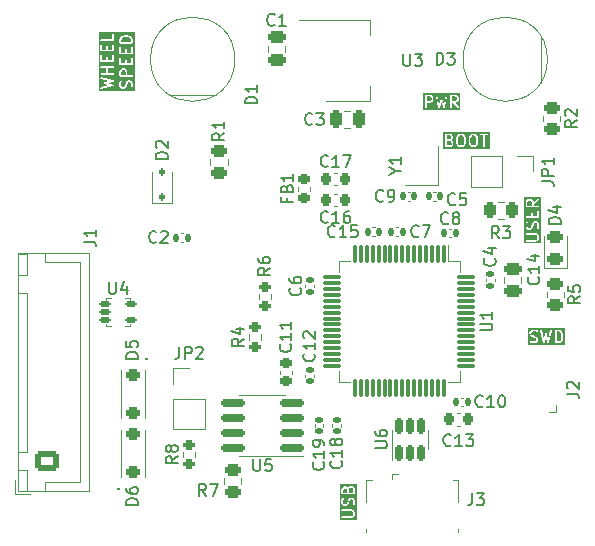
<source format=gbr>
G04 #@! TF.GenerationSoftware,KiCad,Pcbnew,7.0.8*
G04 #@! TF.CreationDate,2024-01-22T08:42:35-07:00*
G04 #@! TF.ProjectId,sdm24wheel,73646d32-3477-4686-9565-6c2e6b696361,v1.1*
G04 #@! TF.SameCoordinates,Original*
G04 #@! TF.FileFunction,Legend,Top*
G04 #@! TF.FilePolarity,Positive*
%FSLAX46Y46*%
G04 Gerber Fmt 4.6, Leading zero omitted, Abs format (unit mm)*
G04 Created by KiCad (PCBNEW 7.0.8) date 2024-01-22 08:42:35*
%MOMM*%
%LPD*%
G01*
G04 APERTURE LIST*
G04 Aperture macros list*
%AMRoundRect*
0 Rectangle with rounded corners*
0 $1 Rounding radius*
0 $2 $3 $4 $5 $6 $7 $8 $9 X,Y pos of 4 corners*
0 Add a 4 corners polygon primitive as box body*
4,1,4,$2,$3,$4,$5,$6,$7,$8,$9,$2,$3,0*
0 Add four circle primitives for the rounded corners*
1,1,$1+$1,$2,$3*
1,1,$1+$1,$4,$5*
1,1,$1+$1,$6,$7*
1,1,$1+$1,$8,$9*
0 Add four rect primitives between the rounded corners*
20,1,$1+$1,$2,$3,$4,$5,0*
20,1,$1+$1,$4,$5,$6,$7,0*
20,1,$1+$1,$6,$7,$8,$9,0*
20,1,$1+$1,$8,$9,$2,$3,0*%
G04 Aperture macros list end*
%ADD10C,0.150000*%
%ADD11C,0.120000*%
%ADD12RoundRect,0.140000X-0.140000X-0.170000X0.140000X-0.170000X0.140000X0.170000X-0.140000X0.170000X0*%
%ADD13C,0.990600*%
%ADD14C,0.787400*%
%ADD15RoundRect,0.150000X0.150000X-0.512500X0.150000X0.512500X-0.150000X0.512500X-0.150000X-0.512500X0*%
%ADD16RoundRect,0.140000X-0.170000X0.140000X-0.170000X-0.140000X0.170000X-0.140000X0.170000X0.140000X0*%
%ADD17RoundRect,0.112500X0.112500X-0.187500X0.112500X0.187500X-0.112500X0.187500X-0.112500X-0.187500X0*%
%ADD18RoundRect,0.225000X-0.250000X0.225000X-0.250000X-0.225000X0.250000X-0.225000X0.250000X0.225000X0*%
%ADD19RoundRect,0.075000X-0.075000X0.700000X-0.075000X-0.700000X0.075000X-0.700000X0.075000X0.700000X0*%
%ADD20RoundRect,0.075000X-0.700000X0.075000X-0.700000X-0.075000X0.700000X-0.075000X0.700000X0.075000X0*%
%ADD21RoundRect,0.225000X-0.225000X-0.250000X0.225000X-0.250000X0.225000X0.250000X-0.225000X0.250000X0*%
%ADD22C,1.524000*%
%ADD23R,2.000000X1.500000*%
%ADD24R,2.000000X3.800000*%
%ADD25RoundRect,0.250000X-0.250000X-0.475000X0.250000X-0.475000X0.250000X0.475000X-0.250000X0.475000X0*%
%ADD26RoundRect,0.140000X0.140000X0.170000X-0.140000X0.170000X-0.140000X-0.170000X0.140000X-0.170000X0*%
%ADD27RoundRect,0.200000X-0.275000X0.200000X-0.275000X-0.200000X0.275000X-0.200000X0.275000X0.200000X0*%
%ADD28RoundRect,0.250000X-0.475000X0.250000X-0.475000X-0.250000X0.475000X-0.250000X0.475000X0.250000X0*%
%ADD29RoundRect,0.218750X0.256250X-0.218750X0.256250X0.218750X-0.256250X0.218750X-0.256250X-0.218750X0*%
%ADD30RoundRect,0.250000X-0.450000X0.262500X-0.450000X-0.262500X0.450000X-0.262500X0.450000X0.262500X0*%
%ADD31RoundRect,0.243750X0.456250X-0.243750X0.456250X0.243750X-0.456250X0.243750X-0.456250X-0.243750X0*%
%ADD32C,3.200000*%
%ADD33RoundRect,0.245000X-0.380000X0.245000X-0.380000X-0.245000X0.380000X-0.245000X0.380000X0.245000X0*%
%ADD34R,0.400000X1.350000*%
%ADD35O,1.200000X1.900000*%
%ADD36R,1.200000X1.900000*%
%ADD37C,1.450000*%
%ADD38R,1.500000X1.900000*%
%ADD39RoundRect,0.200000X0.275000X-0.200000X0.275000X0.200000X-0.275000X0.200000X-0.275000X-0.200000X0*%
%ADD40RoundRect,0.245000X0.380000X-0.245000X0.380000X0.245000X-0.380000X0.245000X-0.380000X-0.245000X0*%
%ADD41RoundRect,0.112500X-0.362500X-0.112500X0.362500X-0.112500X0.362500X0.112500X-0.362500X0.112500X0*%
%ADD42R,1.700000X1.700000*%
%ADD43O,1.700000X1.700000*%
%ADD44RoundRect,0.250000X-0.262500X-0.450000X0.262500X-0.450000X0.262500X0.450000X-0.262500X0.450000X0*%
%ADD45RoundRect,0.150000X0.825000X0.150000X-0.825000X0.150000X-0.825000X-0.150000X0.825000X-0.150000X0*%
%ADD46RoundRect,0.250000X0.450000X-0.262500X0.450000X0.262500X-0.450000X0.262500X-0.450000X-0.262500X0*%
%ADD47RoundRect,0.250000X0.725000X-0.600000X0.725000X0.600000X-0.725000X0.600000X-0.725000X-0.600000X0*%
%ADD48O,1.950000X1.700000*%
%ADD49R,1.000000X1.200000*%
%ADD50RoundRect,0.140000X0.170000X-0.140000X0.170000X0.140000X-0.170000X0.140000X-0.170000X-0.140000X0*%
%ADD51O,1.600000X1.200000*%
%ADD52O,1.200000X1.200000*%
G04 APERTURE END LIST*
D10*
G36*
X179706344Y-112248669D02*
G01*
X179736751Y-112279076D01*
X179771009Y-112347592D01*
X179771009Y-112588220D01*
X179444819Y-112588220D01*
X179444819Y-112347592D01*
X179479077Y-112279076D01*
X179509484Y-112248669D01*
X179578000Y-112214411D01*
X179637828Y-112214411D01*
X179706344Y-112248669D01*
G37*
G36*
X180230153Y-112201050D02*
G01*
X180260561Y-112231457D01*
X180294819Y-112299973D01*
X180294819Y-112588220D01*
X179921009Y-112588220D01*
X179921009Y-112342057D01*
X179959180Y-112227543D01*
X179985674Y-112201050D01*
X180054190Y-112166792D01*
X180161637Y-112166792D01*
X180230153Y-112201050D01*
G37*
G36*
X180587676Y-114881077D02*
G01*
X179151962Y-114881077D01*
X179151962Y-114650196D01*
X179295958Y-114650196D01*
X179304867Y-114700720D01*
X179344167Y-114733697D01*
X179369819Y-114738220D01*
X180179342Y-114738220D01*
X180183555Y-114736686D01*
X180187916Y-114737728D01*
X180212883Y-114730302D01*
X180308121Y-114682683D01*
X180309246Y-114681494D01*
X180327612Y-114668635D01*
X180375232Y-114621016D01*
X180375922Y-114619534D01*
X180389282Y-114601523D01*
X180436901Y-114506285D01*
X180437413Y-114501831D01*
X180440296Y-114498396D01*
X180444819Y-114472744D01*
X180444819Y-114282268D01*
X180443285Y-114278054D01*
X180444327Y-114273693D01*
X180436901Y-114248727D01*
X180389282Y-114153489D01*
X180388094Y-114152364D01*
X180375232Y-114133996D01*
X180327612Y-114086377D01*
X180326129Y-114085685D01*
X180308121Y-114072329D01*
X180212883Y-114024710D01*
X180208429Y-114024197D01*
X180204994Y-114021315D01*
X180179342Y-114016792D01*
X179369819Y-114016792D01*
X179321610Y-114034339D01*
X179295958Y-114078768D01*
X179304867Y-114129292D01*
X179344167Y-114162269D01*
X179369819Y-114166792D01*
X180161637Y-114166792D01*
X180230153Y-114201050D01*
X180260561Y-114231457D01*
X180294819Y-114299973D01*
X180294819Y-114455039D01*
X180260561Y-114523554D01*
X180230153Y-114553961D01*
X180161637Y-114588220D01*
X179369819Y-114588220D01*
X179321610Y-114605767D01*
X179295958Y-114650196D01*
X179151962Y-114650196D01*
X179151962Y-113472744D01*
X179294819Y-113472744D01*
X179296352Y-113476957D01*
X179295311Y-113481318D01*
X179302737Y-113506285D01*
X179350356Y-113601523D01*
X179351545Y-113602648D01*
X179364405Y-113621015D01*
X179412024Y-113668634D01*
X179413505Y-113669325D01*
X179431516Y-113682683D01*
X179526754Y-113730302D01*
X179531207Y-113730814D01*
X179534643Y-113733697D01*
X179560295Y-113738220D01*
X179655533Y-113738220D01*
X179659746Y-113736686D01*
X179664107Y-113737728D01*
X179689074Y-113730302D01*
X179784312Y-113682683D01*
X179785437Y-113681493D01*
X179803804Y-113668634D01*
X179851423Y-113621015D01*
X179852114Y-113619533D01*
X179865472Y-113601523D01*
X179913091Y-113506285D01*
X179913497Y-113502756D01*
X179918770Y-113490934D01*
X179964392Y-113308444D01*
X180002886Y-113231457D01*
X180033293Y-113201050D01*
X180101809Y-113166792D01*
X180161637Y-113166792D01*
X180230153Y-113201050D01*
X180260561Y-113231457D01*
X180294819Y-113299973D01*
X180294819Y-113508193D01*
X180251049Y-113639503D01*
X180252450Y-113690787D01*
X180286487Y-113729172D01*
X180337236Y-113736697D01*
X180380948Y-113709842D01*
X180393351Y-113686937D01*
X180440970Y-113544081D01*
X180440925Y-113542445D01*
X180444819Y-113520363D01*
X180444819Y-113282268D01*
X180443285Y-113278054D01*
X180444327Y-113273693D01*
X180436901Y-113248727D01*
X180389282Y-113153489D01*
X180388094Y-113152364D01*
X180375232Y-113133996D01*
X180327612Y-113086377D01*
X180326129Y-113085685D01*
X180308121Y-113072329D01*
X180212883Y-113024710D01*
X180208429Y-113024197D01*
X180204994Y-113021315D01*
X180179342Y-113016792D01*
X180084104Y-113016792D01*
X180079890Y-113018325D01*
X180075529Y-113017284D01*
X180050563Y-113024710D01*
X179955325Y-113072329D01*
X179954199Y-113073518D01*
X179935833Y-113086378D01*
X179888214Y-113133997D01*
X179887523Y-113135478D01*
X179874165Y-113153489D01*
X179826546Y-113248727D01*
X179826139Y-113252255D01*
X179820867Y-113264078D01*
X179775244Y-113446568D01*
X179736751Y-113523555D01*
X179706344Y-113553962D01*
X179637828Y-113588220D01*
X179578000Y-113588220D01*
X179509484Y-113553962D01*
X179479077Y-113523555D01*
X179444819Y-113455039D01*
X179444819Y-113246819D01*
X179488589Y-113115510D01*
X179487188Y-113064226D01*
X179453150Y-113025840D01*
X179402402Y-113018315D01*
X179358689Y-113045170D01*
X179346287Y-113068075D01*
X179298668Y-113210932D01*
X179298712Y-113212566D01*
X179294819Y-113234649D01*
X179294819Y-113472744D01*
X179151962Y-113472744D01*
X179151962Y-112663220D01*
X179294819Y-112663220D01*
X179301482Y-112681528D01*
X179304867Y-112700720D01*
X179310051Y-112705070D01*
X179312366Y-112711429D01*
X179329239Y-112721171D01*
X179344167Y-112733697D01*
X179353909Y-112735414D01*
X179356795Y-112737081D01*
X179360077Y-112736502D01*
X179369819Y-112738220D01*
X180369819Y-112738220D01*
X180388127Y-112731556D01*
X180407319Y-112728172D01*
X180411669Y-112722987D01*
X180418028Y-112720673D01*
X180427770Y-112703799D01*
X180440296Y-112688872D01*
X180442013Y-112679129D01*
X180443680Y-112676244D01*
X180443101Y-112672961D01*
X180444819Y-112663220D01*
X180444819Y-112282268D01*
X180443285Y-112278054D01*
X180444327Y-112273693D01*
X180436901Y-112248727D01*
X180389282Y-112153489D01*
X180388094Y-112152364D01*
X180375232Y-112133996D01*
X180327612Y-112086377D01*
X180326129Y-112085685D01*
X180308121Y-112072329D01*
X180212883Y-112024710D01*
X180208429Y-112024197D01*
X180204994Y-112021315D01*
X180179342Y-112016792D01*
X180036485Y-112016792D01*
X180032271Y-112018325D01*
X180027910Y-112017284D01*
X180002944Y-112024710D01*
X179907706Y-112072329D01*
X179906580Y-112073518D01*
X179888214Y-112086378D01*
X179840595Y-112133997D01*
X179838700Y-112138060D01*
X179834879Y-112140408D01*
X179826215Y-112156408D01*
X179803804Y-112133997D01*
X179802322Y-112133306D01*
X179784312Y-112119948D01*
X179689074Y-112072329D01*
X179684620Y-112071816D01*
X179681185Y-112068934D01*
X179655533Y-112064411D01*
X179560295Y-112064411D01*
X179556081Y-112065944D01*
X179551720Y-112064903D01*
X179526754Y-112072329D01*
X179431516Y-112119948D01*
X179430390Y-112121137D01*
X179412024Y-112133997D01*
X179364405Y-112181616D01*
X179363714Y-112183097D01*
X179350356Y-112201108D01*
X179302737Y-112296346D01*
X179302224Y-112300799D01*
X179299342Y-112304235D01*
X179294819Y-112329887D01*
X179294819Y-112663220D01*
X179151962Y-112663220D01*
X179151962Y-111873935D01*
X180587676Y-111873935D01*
X180587676Y-114881077D01*
G37*
G36*
X188572455Y-82859180D02*
G01*
X188598949Y-82885674D01*
X188633207Y-82954190D01*
X188633207Y-83061637D01*
X188598948Y-83130153D01*
X188568541Y-83160561D01*
X188500026Y-83194819D01*
X188211779Y-83194819D01*
X188211779Y-82821009D01*
X188457942Y-82821009D01*
X188572455Y-82859180D01*
G37*
G36*
X188520923Y-82379077D02*
G01*
X188551330Y-82409484D01*
X188585588Y-82478000D01*
X188585588Y-82537828D01*
X188551330Y-82606344D01*
X188520923Y-82636751D01*
X188452407Y-82671009D01*
X188211779Y-82671009D01*
X188211779Y-82344819D01*
X188452407Y-82344819D01*
X188520923Y-82379077D01*
G37*
G36*
X189568542Y-82379077D02*
G01*
X189640484Y-82451019D01*
X189680826Y-82612386D01*
X189680826Y-82927251D01*
X189640484Y-83088617D01*
X189568541Y-83160561D01*
X189500026Y-83194819D01*
X189344960Y-83194819D01*
X189276444Y-83160561D01*
X189204501Y-83088617D01*
X189164160Y-82927251D01*
X189164160Y-82612386D01*
X189204501Y-82451019D01*
X189276444Y-82379077D01*
X189344960Y-82344819D01*
X189500026Y-82344819D01*
X189568542Y-82379077D01*
G37*
G36*
X190616161Y-82379077D02*
G01*
X190688103Y-82451019D01*
X190728445Y-82612386D01*
X190728445Y-82927251D01*
X190688103Y-83088617D01*
X190616160Y-83160561D01*
X190547645Y-83194819D01*
X190392579Y-83194819D01*
X190324063Y-83160561D01*
X190252120Y-83088617D01*
X190211779Y-82927251D01*
X190211779Y-82612386D01*
X190252120Y-82451019D01*
X190324063Y-82379077D01*
X190392579Y-82344819D01*
X190547645Y-82344819D01*
X190616161Y-82379077D01*
G37*
G36*
X191877306Y-83487676D02*
G01*
X187918922Y-83487676D01*
X187918922Y-83269819D01*
X188061779Y-83269819D01*
X188068442Y-83288127D01*
X188071827Y-83307319D01*
X188077011Y-83311669D01*
X188079326Y-83318028D01*
X188096199Y-83327770D01*
X188111127Y-83340296D01*
X188120869Y-83342013D01*
X188123755Y-83343680D01*
X188127037Y-83343101D01*
X188136779Y-83344819D01*
X188517731Y-83344819D01*
X188521944Y-83343285D01*
X188526305Y-83344327D01*
X188551272Y-83336901D01*
X188646510Y-83289282D01*
X188647634Y-83288094D01*
X188666003Y-83275232D01*
X188713621Y-83227613D01*
X188714311Y-83226131D01*
X188727670Y-83208121D01*
X188775289Y-83112883D01*
X188775801Y-83108429D01*
X188778684Y-83104994D01*
X188783207Y-83079342D01*
X188783207Y-82936485D01*
X189014160Y-82936485D01*
X189015345Y-82939742D01*
X189016399Y-82954675D01*
X189064018Y-83145151D01*
X189068160Y-83151283D01*
X189068805Y-83158657D01*
X189083746Y-83179994D01*
X189178984Y-83275233D01*
X189180466Y-83275924D01*
X189198476Y-83289282D01*
X189293714Y-83336901D01*
X189298167Y-83337413D01*
X189301603Y-83340296D01*
X189327255Y-83344819D01*
X189517731Y-83344819D01*
X189521944Y-83343285D01*
X189526305Y-83344327D01*
X189551272Y-83336901D01*
X189646510Y-83289282D01*
X189647635Y-83288092D01*
X189666002Y-83275233D01*
X189761241Y-83179993D01*
X189764368Y-83173285D01*
X189770358Y-83168940D01*
X189780968Y-83145151D01*
X189828587Y-82954675D01*
X189828226Y-82951226D01*
X189830826Y-82936485D01*
X190061779Y-82936485D01*
X190062964Y-82939742D01*
X190064018Y-82954675D01*
X190111637Y-83145151D01*
X190115779Y-83151283D01*
X190116424Y-83158657D01*
X190131365Y-83179994D01*
X190226603Y-83275233D01*
X190228085Y-83275924D01*
X190246095Y-83289282D01*
X190341333Y-83336901D01*
X190345786Y-83337413D01*
X190349222Y-83340296D01*
X190374874Y-83344819D01*
X190565350Y-83344819D01*
X190569563Y-83343285D01*
X190573924Y-83344327D01*
X190598891Y-83336901D01*
X190694129Y-83289282D01*
X190695254Y-83288092D01*
X190713621Y-83275233D01*
X190808860Y-83179993D01*
X190811987Y-83173285D01*
X190817977Y-83168940D01*
X190828587Y-83145151D01*
X190876206Y-82954675D01*
X190875845Y-82951226D01*
X190878445Y-82936485D01*
X190878445Y-82603152D01*
X190877259Y-82599894D01*
X190876206Y-82584962D01*
X190828587Y-82394486D01*
X190824445Y-82388353D01*
X190823800Y-82380980D01*
X190808859Y-82359643D01*
X190713621Y-82264405D01*
X190712139Y-82263714D01*
X190702810Y-82256795D01*
X191015299Y-82256795D01*
X191024208Y-82307319D01*
X191063508Y-82340296D01*
X191089160Y-82344819D01*
X191299874Y-82344819D01*
X191299874Y-83269819D01*
X191317421Y-83318028D01*
X191361850Y-83343680D01*
X191412374Y-83334771D01*
X191445351Y-83295471D01*
X191449874Y-83269819D01*
X191449874Y-82344819D01*
X191660588Y-82344819D01*
X191708797Y-82327272D01*
X191734449Y-82282843D01*
X191725540Y-82232319D01*
X191686240Y-82199342D01*
X191660588Y-82194819D01*
X191089160Y-82194819D01*
X191040951Y-82212366D01*
X191015299Y-82256795D01*
X190702810Y-82256795D01*
X190694129Y-82250356D01*
X190598891Y-82202737D01*
X190594437Y-82202224D01*
X190591002Y-82199342D01*
X190565350Y-82194819D01*
X190374874Y-82194819D01*
X190370660Y-82196352D01*
X190366299Y-82195311D01*
X190341333Y-82202737D01*
X190246095Y-82250356D01*
X190244971Y-82251542D01*
X190226603Y-82264405D01*
X190131365Y-82359643D01*
X190128237Y-82366350D01*
X190122247Y-82370697D01*
X190111637Y-82394486D01*
X190064018Y-82584962D01*
X190064378Y-82588410D01*
X190061779Y-82603152D01*
X190061779Y-82936485D01*
X189830826Y-82936485D01*
X189830826Y-82603152D01*
X189829640Y-82599894D01*
X189828587Y-82584962D01*
X189780968Y-82394486D01*
X189776826Y-82388353D01*
X189776181Y-82380980D01*
X189761240Y-82359643D01*
X189666002Y-82264405D01*
X189664520Y-82263714D01*
X189646510Y-82250356D01*
X189551272Y-82202737D01*
X189546818Y-82202224D01*
X189543383Y-82199342D01*
X189517731Y-82194819D01*
X189327255Y-82194819D01*
X189323041Y-82196352D01*
X189318680Y-82195311D01*
X189293714Y-82202737D01*
X189198476Y-82250356D01*
X189197352Y-82251542D01*
X189178984Y-82264405D01*
X189083746Y-82359643D01*
X189080618Y-82366350D01*
X189074628Y-82370697D01*
X189064018Y-82394486D01*
X189016399Y-82584962D01*
X189016759Y-82588410D01*
X189014160Y-82603152D01*
X189014160Y-82936485D01*
X188783207Y-82936485D01*
X188781673Y-82932271D01*
X188782715Y-82927910D01*
X188775289Y-82902944D01*
X188727670Y-82807706D01*
X188726480Y-82806580D01*
X188713621Y-82788214D01*
X188666002Y-82740595D01*
X188661938Y-82738700D01*
X188659591Y-82734879D01*
X188643590Y-82726215D01*
X188666002Y-82703804D01*
X188666693Y-82702322D01*
X188680051Y-82684312D01*
X188727670Y-82589074D01*
X188728182Y-82584620D01*
X188731065Y-82581185D01*
X188735588Y-82555533D01*
X188735588Y-82460295D01*
X188734054Y-82456081D01*
X188735096Y-82451720D01*
X188727670Y-82426754D01*
X188680051Y-82331516D01*
X188678861Y-82330390D01*
X188666002Y-82312024D01*
X188618383Y-82264405D01*
X188616901Y-82263714D01*
X188598891Y-82250356D01*
X188503653Y-82202737D01*
X188499199Y-82202224D01*
X188495764Y-82199342D01*
X188470112Y-82194819D01*
X188136779Y-82194819D01*
X188118470Y-82201482D01*
X188099279Y-82204867D01*
X188094928Y-82210051D01*
X188088570Y-82212366D01*
X188078827Y-82229239D01*
X188066302Y-82244167D01*
X188064584Y-82253909D01*
X188062918Y-82256795D01*
X188063496Y-82260077D01*
X188061779Y-82269819D01*
X188061779Y-83269819D01*
X187918922Y-83269819D01*
X187918922Y-82051962D01*
X191877306Y-82051962D01*
X191877306Y-83487676D01*
G37*
G36*
X160953963Y-76848669D02*
G01*
X160984370Y-76879076D01*
X161018628Y-76947592D01*
X161018628Y-77235839D01*
X160644819Y-77235839D01*
X160644819Y-76947592D01*
X160679077Y-76879076D01*
X160709484Y-76848669D01*
X160778000Y-76814411D01*
X160885447Y-76814411D01*
X160953963Y-76848669D01*
G37*
G36*
X161305547Y-74048270D02*
G01*
X161382534Y-74086764D01*
X161456648Y-74160877D01*
X161494819Y-74275390D01*
X161494819Y-74426315D01*
X160644819Y-74426315D01*
X160644819Y-74275390D01*
X160682990Y-74160876D01*
X160757103Y-74086764D01*
X160834090Y-74048270D01*
X161007624Y-74004887D01*
X161132013Y-74004887D01*
X161305547Y-74048270D01*
G37*
G36*
X161787676Y-78575817D02*
G01*
X158741962Y-78575817D01*
X158741962Y-78362896D01*
X158884950Y-78362896D01*
X158905319Y-78409982D01*
X158951188Y-78432960D01*
X158977191Y-78431418D01*
X159977191Y-78193323D01*
X159983759Y-78188993D01*
X159991597Y-78188298D01*
X160004628Y-78175235D01*
X160020024Y-78165087D01*
X160022271Y-78157551D01*
X160027831Y-78151979D01*
X160029417Y-78133596D01*
X160033364Y-78120363D01*
X160494819Y-78120363D01*
X160496352Y-78124576D01*
X160495311Y-78128937D01*
X160502737Y-78153904D01*
X160550356Y-78249142D01*
X160551545Y-78250267D01*
X160564405Y-78268634D01*
X160612024Y-78316253D01*
X160613505Y-78316944D01*
X160631516Y-78330302D01*
X160726754Y-78377921D01*
X160731207Y-78378433D01*
X160734643Y-78381316D01*
X160760295Y-78385839D01*
X160855533Y-78385839D01*
X160859746Y-78384305D01*
X160864107Y-78385347D01*
X160889074Y-78377921D01*
X160984312Y-78330302D01*
X160985437Y-78329112D01*
X161003804Y-78316253D01*
X161051423Y-78268634D01*
X161052114Y-78267152D01*
X161065472Y-78249142D01*
X161113091Y-78153904D01*
X161113497Y-78150375D01*
X161118770Y-78138553D01*
X161164392Y-77956063D01*
X161202886Y-77879076D01*
X161233293Y-77848669D01*
X161301809Y-77814411D01*
X161361637Y-77814411D01*
X161430153Y-77848669D01*
X161460561Y-77879076D01*
X161494819Y-77947592D01*
X161494819Y-78155812D01*
X161451049Y-78287122D01*
X161452450Y-78338406D01*
X161486487Y-78376791D01*
X161537236Y-78384316D01*
X161580948Y-78357461D01*
X161593351Y-78334556D01*
X161640970Y-78191700D01*
X161640925Y-78190064D01*
X161644819Y-78167982D01*
X161644819Y-77929887D01*
X161643285Y-77925673D01*
X161644327Y-77921312D01*
X161636901Y-77896346D01*
X161589282Y-77801108D01*
X161588094Y-77799983D01*
X161575232Y-77781615D01*
X161527612Y-77733996D01*
X161526129Y-77733304D01*
X161508121Y-77719948D01*
X161412883Y-77672329D01*
X161408429Y-77671816D01*
X161404994Y-77668934D01*
X161379342Y-77664411D01*
X161284104Y-77664411D01*
X161279890Y-77665944D01*
X161275529Y-77664903D01*
X161250563Y-77672329D01*
X161155325Y-77719948D01*
X161154199Y-77721137D01*
X161135833Y-77733997D01*
X161088214Y-77781616D01*
X161087523Y-77783097D01*
X161074165Y-77801108D01*
X161026546Y-77896346D01*
X161026139Y-77899874D01*
X161020867Y-77911697D01*
X160975244Y-78094187D01*
X160936751Y-78171174D01*
X160906344Y-78201581D01*
X160837828Y-78235839D01*
X160778000Y-78235839D01*
X160709484Y-78201581D01*
X160679077Y-78171174D01*
X160644819Y-78102658D01*
X160644819Y-77894438D01*
X160688589Y-77763129D01*
X160687188Y-77711845D01*
X160653150Y-77673459D01*
X160602402Y-77665934D01*
X160558689Y-77692789D01*
X160546287Y-77715694D01*
X160498668Y-77858551D01*
X160498712Y-77860185D01*
X160494819Y-77882268D01*
X160494819Y-78120363D01*
X160033364Y-78120363D01*
X160034688Y-78115925D01*
X160031564Y-78108704D01*
X160032241Y-78100865D01*
X160021641Y-78085765D01*
X160014319Y-78068839D01*
X160007285Y-78065315D01*
X160002764Y-78058875D01*
X159979144Y-78047895D01*
X159536613Y-77929887D01*
X159979144Y-77811879D01*
X159985595Y-77807373D01*
X159993410Y-77806468D01*
X160006083Y-77793062D01*
X160021204Y-77782502D01*
X160023248Y-77774907D01*
X160028655Y-77769189D01*
X160029746Y-77750774D01*
X160034542Y-77732964D01*
X160031225Y-77725829D01*
X160031691Y-77717975D01*
X160020691Y-77703169D01*
X160012916Y-77686441D01*
X160005788Y-77683106D01*
X160001097Y-77676792D01*
X159977191Y-77666451D01*
X158977191Y-77428356D01*
X158926228Y-77434259D01*
X158890983Y-77471538D01*
X158887948Y-77522752D01*
X158918541Y-77563935D01*
X158942447Y-77574276D01*
X159653303Y-77743527D01*
X159226208Y-77857419D01*
X159220585Y-77861346D01*
X159213755Y-77861952D01*
X159200052Y-77875687D01*
X159184148Y-77886796D01*
X159182365Y-77893417D01*
X159177522Y-77898272D01*
X159175854Y-77917598D01*
X159170810Y-77936334D01*
X159173701Y-77942553D01*
X159173112Y-77949385D01*
X159184257Y-77965262D01*
X159192436Y-77982856D01*
X159198647Y-77985761D01*
X159202588Y-77991375D01*
X159226208Y-78002355D01*
X159653303Y-78116246D01*
X158942447Y-78285498D01*
X158899614Y-78313734D01*
X158884950Y-78362896D01*
X158741962Y-78362896D01*
X158741962Y-77310839D01*
X160494819Y-77310839D01*
X160501482Y-77329147D01*
X160504867Y-77348339D01*
X160510051Y-77352689D01*
X160512366Y-77359048D01*
X160529239Y-77368790D01*
X160544167Y-77381316D01*
X160553909Y-77383033D01*
X160556795Y-77384700D01*
X160560077Y-77384121D01*
X160569819Y-77385839D01*
X161569819Y-77385839D01*
X161618028Y-77368292D01*
X161643680Y-77323863D01*
X161634771Y-77273339D01*
X161595471Y-77240362D01*
X161569819Y-77235839D01*
X161168628Y-77235839D01*
X161168628Y-76929887D01*
X161167094Y-76925673D01*
X161168136Y-76921312D01*
X161160710Y-76896346D01*
X161113091Y-76801108D01*
X161111901Y-76799982D01*
X161099042Y-76781616D01*
X161051423Y-76733997D01*
X161049941Y-76733306D01*
X161031931Y-76719948D01*
X160936693Y-76672329D01*
X160932239Y-76671816D01*
X160928804Y-76668934D01*
X160903152Y-76664411D01*
X160760295Y-76664411D01*
X160756081Y-76665944D01*
X160751720Y-76664903D01*
X160726754Y-76672329D01*
X160631516Y-76719948D01*
X160630390Y-76721137D01*
X160612024Y-76733997D01*
X160564405Y-76781616D01*
X160563714Y-76783097D01*
X160550356Y-76801108D01*
X160502737Y-76896346D01*
X160502224Y-76900799D01*
X160499342Y-76904235D01*
X160494819Y-76929887D01*
X160494819Y-77310839D01*
X158741962Y-77310839D01*
X158741962Y-77107339D01*
X158885958Y-77107339D01*
X158894867Y-77157863D01*
X158934167Y-77190840D01*
X158959819Y-77195363D01*
X159959819Y-77195363D01*
X160008028Y-77177816D01*
X160033680Y-77133387D01*
X160024771Y-77082863D01*
X159985471Y-77049886D01*
X159959819Y-77045363D01*
X159511009Y-77045363D01*
X159511009Y-76623935D01*
X159959819Y-76623935D01*
X160008028Y-76606388D01*
X160033680Y-76561959D01*
X160024771Y-76511435D01*
X159985471Y-76478458D01*
X159959819Y-76473935D01*
X158959819Y-76473935D01*
X158911610Y-76491482D01*
X158885958Y-76535911D01*
X158894867Y-76586435D01*
X158934167Y-76619412D01*
X158959819Y-76623935D01*
X159361009Y-76623935D01*
X159361009Y-77045363D01*
X158959819Y-77045363D01*
X158911610Y-77062910D01*
X158885958Y-77107339D01*
X158741962Y-77107339D01*
X158741962Y-76310839D01*
X160494819Y-76310839D01*
X160501482Y-76329147D01*
X160504867Y-76348339D01*
X160510051Y-76352689D01*
X160512366Y-76359048D01*
X160529239Y-76368790D01*
X160544167Y-76381316D01*
X160553909Y-76383033D01*
X160556795Y-76384700D01*
X160560077Y-76384121D01*
X160569819Y-76385839D01*
X161569819Y-76385839D01*
X161588127Y-76379175D01*
X161607319Y-76375791D01*
X161611669Y-76370606D01*
X161618028Y-76368292D01*
X161627770Y-76351418D01*
X161640296Y-76336491D01*
X161642013Y-76326748D01*
X161643680Y-76323863D01*
X161643101Y-76320580D01*
X161644819Y-76310839D01*
X161644819Y-75834649D01*
X161627272Y-75786440D01*
X161582843Y-75760788D01*
X161532319Y-75769697D01*
X161499342Y-75808997D01*
X161494819Y-75834649D01*
X161494819Y-76235839D01*
X161121009Y-76235839D01*
X161121009Y-75977506D01*
X161103462Y-75929297D01*
X161059033Y-75903645D01*
X161008509Y-75912554D01*
X160975532Y-75951854D01*
X160971009Y-75977506D01*
X160971009Y-76235839D01*
X160644819Y-76235839D01*
X160644819Y-75834649D01*
X160627272Y-75786440D01*
X160582843Y-75760788D01*
X160532319Y-75769697D01*
X160499342Y-75808997D01*
X160494819Y-75834649D01*
X160494819Y-76310839D01*
X158741962Y-76310839D01*
X158741962Y-76072744D01*
X158884819Y-76072744D01*
X158891482Y-76091052D01*
X158894867Y-76110244D01*
X158900051Y-76114594D01*
X158902366Y-76120953D01*
X158919239Y-76130695D01*
X158934167Y-76143221D01*
X158943909Y-76144938D01*
X158946795Y-76146605D01*
X158950077Y-76146026D01*
X158959819Y-76147744D01*
X159959819Y-76147744D01*
X159978127Y-76141080D01*
X159997319Y-76137696D01*
X160001669Y-76132511D01*
X160008028Y-76130197D01*
X160017770Y-76113323D01*
X160030296Y-76098396D01*
X160032013Y-76088653D01*
X160033680Y-76085768D01*
X160033101Y-76082485D01*
X160034819Y-76072744D01*
X160034819Y-75596554D01*
X160017272Y-75548345D01*
X159972843Y-75522693D01*
X159922319Y-75531602D01*
X159889342Y-75570902D01*
X159884819Y-75596554D01*
X159884819Y-75997744D01*
X159511009Y-75997744D01*
X159511009Y-75739411D01*
X159493462Y-75691202D01*
X159449033Y-75665550D01*
X159398509Y-75674459D01*
X159365532Y-75713759D01*
X159361009Y-75739411D01*
X159361009Y-75997744D01*
X159034819Y-75997744D01*
X159034819Y-75596554D01*
X159017272Y-75548345D01*
X158972843Y-75522693D01*
X158922319Y-75531602D01*
X158889342Y-75570902D01*
X158884819Y-75596554D01*
X158884819Y-76072744D01*
X158741962Y-76072744D01*
X158741962Y-75406077D01*
X160494819Y-75406077D01*
X160501482Y-75424385D01*
X160504867Y-75443577D01*
X160510051Y-75447927D01*
X160512366Y-75454286D01*
X160529239Y-75464028D01*
X160544167Y-75476554D01*
X160553909Y-75478271D01*
X160556795Y-75479938D01*
X160560077Y-75479359D01*
X160569819Y-75481077D01*
X161569819Y-75481077D01*
X161588127Y-75474413D01*
X161607319Y-75471029D01*
X161611669Y-75465844D01*
X161618028Y-75463530D01*
X161627770Y-75446656D01*
X161640296Y-75431729D01*
X161642013Y-75421986D01*
X161643680Y-75419101D01*
X161643101Y-75415818D01*
X161644819Y-75406077D01*
X161644819Y-74929887D01*
X161627272Y-74881678D01*
X161582843Y-74856026D01*
X161532319Y-74864935D01*
X161499342Y-74904235D01*
X161494819Y-74929887D01*
X161494819Y-75331077D01*
X161121009Y-75331077D01*
X161121009Y-75072744D01*
X161103462Y-75024535D01*
X161059033Y-74998883D01*
X161008509Y-75007792D01*
X160975532Y-75047092D01*
X160971009Y-75072744D01*
X160971009Y-75331077D01*
X160644819Y-75331077D01*
X160644819Y-74929887D01*
X160627272Y-74881678D01*
X160582843Y-74856026D01*
X160532319Y-74864935D01*
X160499342Y-74904235D01*
X160494819Y-74929887D01*
X160494819Y-75406077D01*
X158741962Y-75406077D01*
X158741962Y-75167982D01*
X158884819Y-75167982D01*
X158891482Y-75186290D01*
X158894867Y-75205482D01*
X158900051Y-75209832D01*
X158902366Y-75216191D01*
X158919239Y-75225933D01*
X158934167Y-75238459D01*
X158943909Y-75240176D01*
X158946795Y-75241843D01*
X158950077Y-75241264D01*
X158959819Y-75242982D01*
X159959819Y-75242982D01*
X159978127Y-75236318D01*
X159997319Y-75232934D01*
X160001669Y-75227749D01*
X160008028Y-75225435D01*
X160017770Y-75208561D01*
X160030296Y-75193634D01*
X160032013Y-75183891D01*
X160033680Y-75181006D01*
X160033101Y-75177723D01*
X160034819Y-75167982D01*
X160034819Y-74691792D01*
X160017272Y-74643583D01*
X159972843Y-74617931D01*
X159922319Y-74626840D01*
X159889342Y-74666140D01*
X159884819Y-74691792D01*
X159884819Y-75092982D01*
X159511009Y-75092982D01*
X159511009Y-74834649D01*
X159493462Y-74786440D01*
X159449033Y-74760788D01*
X159398509Y-74769697D01*
X159365532Y-74808997D01*
X159361009Y-74834649D01*
X159361009Y-75092982D01*
X159034819Y-75092982D01*
X159034819Y-74691792D01*
X159017272Y-74643583D01*
X158972843Y-74617931D01*
X158922319Y-74626840D01*
X158889342Y-74666140D01*
X158884819Y-74691792D01*
X158884819Y-75167982D01*
X158741962Y-75167982D01*
X158741962Y-74501315D01*
X160494819Y-74501315D01*
X160501482Y-74519623D01*
X160504867Y-74538815D01*
X160510051Y-74543165D01*
X160512366Y-74549524D01*
X160529239Y-74559266D01*
X160544167Y-74571792D01*
X160553909Y-74573509D01*
X160556795Y-74575176D01*
X160560077Y-74574597D01*
X160569819Y-74576315D01*
X161569819Y-74576315D01*
X161588127Y-74569651D01*
X161607319Y-74566267D01*
X161611669Y-74561082D01*
X161618028Y-74558768D01*
X161627770Y-74541894D01*
X161640296Y-74526967D01*
X161642013Y-74517224D01*
X161643680Y-74514339D01*
X161643101Y-74511056D01*
X161644819Y-74501315D01*
X161644819Y-74263220D01*
X161644259Y-74261682D01*
X161640970Y-74239502D01*
X161593351Y-74096646D01*
X161590564Y-74093135D01*
X161590174Y-74088667D01*
X161575233Y-74067330D01*
X161479994Y-73972092D01*
X161478512Y-73971401D01*
X161460502Y-73958043D01*
X161365264Y-73910424D01*
X161361735Y-73910017D01*
X161349913Y-73904745D01*
X161159437Y-73857126D01*
X161155988Y-73857486D01*
X161141247Y-73854887D01*
X160998390Y-73854887D01*
X160995132Y-73856072D01*
X160980200Y-73857126D01*
X160789724Y-73904745D01*
X160786779Y-73906733D01*
X160774373Y-73910424D01*
X160679135Y-73958043D01*
X160678011Y-73959229D01*
X160659643Y-73972092D01*
X160564405Y-74067330D01*
X160562510Y-74071393D01*
X160558689Y-74073741D01*
X160546287Y-74096646D01*
X160498668Y-74239503D01*
X160498712Y-74241137D01*
X160494819Y-74263220D01*
X160494819Y-74501315D01*
X158741962Y-74501315D01*
X158741962Y-74250196D01*
X158885958Y-74250196D01*
X158894867Y-74300720D01*
X158934167Y-74333697D01*
X158959819Y-74338220D01*
X159959819Y-74338220D01*
X159978127Y-74331556D01*
X159997319Y-74328172D01*
X160001669Y-74322987D01*
X160008028Y-74320673D01*
X160017770Y-74303799D01*
X160030296Y-74288872D01*
X160032013Y-74279129D01*
X160033680Y-74276244D01*
X160033101Y-74272961D01*
X160034819Y-74263220D01*
X160034819Y-73787030D01*
X160017272Y-73738821D01*
X159972843Y-73713169D01*
X159922319Y-73722078D01*
X159889342Y-73761378D01*
X159884819Y-73787030D01*
X159884819Y-74188220D01*
X158959819Y-74188220D01*
X158911610Y-74205767D01*
X158885958Y-74250196D01*
X158741962Y-74250196D01*
X158741962Y-73570312D01*
X161787676Y-73570312D01*
X161787676Y-78575817D01*
G37*
G36*
X197772455Y-98982990D02*
G01*
X197846568Y-99057103D01*
X197885061Y-99134090D01*
X197928445Y-99307624D01*
X197928445Y-99432013D01*
X197885061Y-99605547D01*
X197846567Y-99682534D01*
X197772455Y-99756647D01*
X197657942Y-99794819D01*
X197507017Y-99794819D01*
X197507017Y-98944819D01*
X197657942Y-98944819D01*
X197772455Y-98982990D01*
G37*
G36*
X198221302Y-100087676D02*
G01*
X195071303Y-100087676D01*
X195071303Y-99155533D01*
X195214160Y-99155533D01*
X195215693Y-99159746D01*
X195214652Y-99164107D01*
X195222078Y-99189074D01*
X195269697Y-99284312D01*
X195270886Y-99285437D01*
X195283746Y-99303804D01*
X195331365Y-99351423D01*
X195332846Y-99352114D01*
X195350857Y-99365472D01*
X195446095Y-99413091D01*
X195449623Y-99413497D01*
X195461446Y-99418770D01*
X195643936Y-99464392D01*
X195720923Y-99502886D01*
X195751330Y-99533293D01*
X195785588Y-99601809D01*
X195785588Y-99661637D01*
X195751329Y-99730153D01*
X195720922Y-99760561D01*
X195652407Y-99794819D01*
X195444187Y-99794819D01*
X195312877Y-99751049D01*
X195261593Y-99752450D01*
X195223208Y-99786487D01*
X195215683Y-99837236D01*
X195242538Y-99880948D01*
X195265443Y-99893351D01*
X195408299Y-99940970D01*
X195409934Y-99940925D01*
X195432017Y-99944819D01*
X195670112Y-99944819D01*
X195674325Y-99943285D01*
X195678686Y-99944327D01*
X195703653Y-99936901D01*
X195798891Y-99889282D01*
X195800015Y-99888094D01*
X195818384Y-99875232D01*
X195866002Y-99827613D01*
X195866692Y-99826131D01*
X195880051Y-99808121D01*
X195927670Y-99712883D01*
X195928182Y-99708429D01*
X195931065Y-99704994D01*
X195935588Y-99679342D01*
X195935588Y-99584104D01*
X195934054Y-99579890D01*
X195935096Y-99575529D01*
X195927670Y-99550563D01*
X195880051Y-99455325D01*
X195878861Y-99454199D01*
X195866002Y-99435833D01*
X195818383Y-99388214D01*
X195816901Y-99387523D01*
X195798891Y-99374165D01*
X195703653Y-99326546D01*
X195700124Y-99326139D01*
X195688302Y-99320867D01*
X195505812Y-99275244D01*
X195428825Y-99236751D01*
X195398418Y-99206344D01*
X195364160Y-99137828D01*
X195364160Y-99078000D01*
X195398418Y-99009484D01*
X195428825Y-98979077D01*
X195497341Y-98944819D01*
X195705561Y-98944819D01*
X195836870Y-98988589D01*
X195888154Y-98987188D01*
X195926540Y-98953150D01*
X195934065Y-98902402D01*
X195908745Y-98861188D01*
X196119420Y-98861188D01*
X196120962Y-98887191D01*
X196359057Y-99887191D01*
X196363386Y-99893759D01*
X196364082Y-99901597D01*
X196377142Y-99914626D01*
X196387293Y-99930024D01*
X196394831Y-99932272D01*
X196400402Y-99937830D01*
X196418778Y-99939415D01*
X196436455Y-99944688D01*
X196443677Y-99941563D01*
X196451515Y-99942240D01*
X196466611Y-99931642D01*
X196483541Y-99924319D01*
X196487064Y-99917284D01*
X196493505Y-99912764D01*
X196504485Y-99889144D01*
X196622492Y-99446613D01*
X196740501Y-99889144D01*
X196745006Y-99895595D01*
X196745912Y-99903410D01*
X196759317Y-99916083D01*
X196769878Y-99931204D01*
X196777472Y-99933248D01*
X196783191Y-99938655D01*
X196801604Y-99939746D01*
X196819416Y-99944542D01*
X196826552Y-99941224D01*
X196834405Y-99941690D01*
X196849208Y-99930693D01*
X196865939Y-99922916D01*
X196869273Y-99915787D01*
X196875588Y-99911097D01*
X196885929Y-99887191D01*
X196890065Y-99869819D01*
X197357017Y-99869819D01*
X197363680Y-99888127D01*
X197367065Y-99907319D01*
X197372249Y-99911669D01*
X197374564Y-99918028D01*
X197391437Y-99927770D01*
X197406365Y-99940296D01*
X197416107Y-99942013D01*
X197418993Y-99943680D01*
X197422275Y-99943101D01*
X197432017Y-99944819D01*
X197670112Y-99944819D01*
X197671650Y-99944258D01*
X197693829Y-99940970D01*
X197836686Y-99893351D01*
X197840198Y-99890563D01*
X197844665Y-99890173D01*
X197866002Y-99875233D01*
X197961241Y-99779993D01*
X197961932Y-99778510D01*
X197975289Y-99760502D01*
X198022908Y-99665264D01*
X198023314Y-99661735D01*
X198028587Y-99649913D01*
X198076206Y-99459437D01*
X198075845Y-99455988D01*
X198078445Y-99441247D01*
X198078445Y-99298390D01*
X198077259Y-99295132D01*
X198076206Y-99280200D01*
X198028587Y-99089724D01*
X198026598Y-99086779D01*
X198022908Y-99074373D01*
X197975289Y-98979135D01*
X197974102Y-98978011D01*
X197961240Y-98959643D01*
X197866002Y-98864405D01*
X197861938Y-98862510D01*
X197859591Y-98858689D01*
X197836686Y-98846287D01*
X197693829Y-98798668D01*
X197692194Y-98798712D01*
X197670112Y-98794819D01*
X197432017Y-98794819D01*
X197413708Y-98801482D01*
X197394517Y-98804867D01*
X197390166Y-98810051D01*
X197383808Y-98812366D01*
X197374065Y-98829239D01*
X197361540Y-98844167D01*
X197359822Y-98853909D01*
X197358156Y-98856795D01*
X197358734Y-98860077D01*
X197357017Y-98869819D01*
X197357017Y-99869819D01*
X196890065Y-99869819D01*
X197124025Y-98887191D01*
X197118122Y-98836228D01*
X197080843Y-98800983D01*
X197029629Y-98797948D01*
X196988446Y-98828541D01*
X196978105Y-98852448D01*
X196808852Y-99563303D01*
X196694961Y-99136208D01*
X196691033Y-99130585D01*
X196690428Y-99123755D01*
X196676690Y-99110049D01*
X196665584Y-99094148D01*
X196658965Y-99092365D01*
X196654109Y-99087521D01*
X196634775Y-99085852D01*
X196616046Y-99080810D01*
X196609827Y-99083700D01*
X196602995Y-99083111D01*
X196587115Y-99094258D01*
X196569524Y-99102436D01*
X196566618Y-99108647D01*
X196561005Y-99112588D01*
X196550025Y-99136208D01*
X196436133Y-99563303D01*
X196266882Y-98852447D01*
X196238646Y-98809614D01*
X196189484Y-98794950D01*
X196142398Y-98815319D01*
X196119420Y-98861188D01*
X195908745Y-98861188D01*
X195907210Y-98858689D01*
X195884305Y-98846287D01*
X195741448Y-98798668D01*
X195739813Y-98798712D01*
X195717731Y-98794819D01*
X195479636Y-98794819D01*
X195475422Y-98796352D01*
X195471061Y-98795311D01*
X195446095Y-98802737D01*
X195350857Y-98850356D01*
X195349731Y-98851545D01*
X195331365Y-98864405D01*
X195283746Y-98912024D01*
X195283055Y-98913505D01*
X195269697Y-98931516D01*
X195222078Y-99026754D01*
X195221565Y-99031207D01*
X195218683Y-99034643D01*
X195214160Y-99060295D01*
X195214160Y-99155533D01*
X195071303Y-99155533D01*
X195071303Y-98651962D01*
X198221302Y-98651962D01*
X198221302Y-100087676D01*
G37*
G36*
X186868542Y-79079077D02*
G01*
X186898949Y-79109484D01*
X186933207Y-79178000D01*
X186933207Y-79285447D01*
X186898949Y-79353963D01*
X186868542Y-79384370D01*
X186800026Y-79418628D01*
X186511779Y-79418628D01*
X186511779Y-79044819D01*
X186800026Y-79044819D01*
X186868542Y-79079077D01*
G37*
G36*
X189011399Y-79079077D02*
G01*
X189041806Y-79109484D01*
X189076064Y-79178000D01*
X189076064Y-79285447D01*
X189041806Y-79353963D01*
X189011399Y-79384370D01*
X188942883Y-79418628D01*
X188654636Y-79418628D01*
X188654636Y-79044819D01*
X188942883Y-79044819D01*
X189011399Y-79079077D01*
G37*
G36*
X189368921Y-80187545D02*
G01*
X186218922Y-80187545D01*
X186218922Y-79969819D01*
X186361779Y-79969819D01*
X186379326Y-80018028D01*
X186423755Y-80043680D01*
X186474279Y-80034771D01*
X186507256Y-79995471D01*
X186511779Y-79969819D01*
X186511779Y-79568628D01*
X186817731Y-79568628D01*
X186821944Y-79567094D01*
X186826305Y-79568136D01*
X186851272Y-79560710D01*
X186946510Y-79513091D01*
X186947635Y-79511901D01*
X186966002Y-79499042D01*
X187013621Y-79451423D01*
X187014312Y-79449941D01*
X187027670Y-79431931D01*
X187075289Y-79336693D01*
X187075801Y-79332239D01*
X187078684Y-79328804D01*
X187083207Y-79303152D01*
X187083207Y-79160295D01*
X187081673Y-79156081D01*
X187082715Y-79151720D01*
X187075289Y-79126754D01*
X187027670Y-79031516D01*
X187026480Y-79030390D01*
X187013621Y-79012024D01*
X186966002Y-78964405D01*
X186964520Y-78963714D01*
X186961114Y-78961188D01*
X187267039Y-78961188D01*
X187268581Y-78987191D01*
X187506676Y-79987191D01*
X187511005Y-79993759D01*
X187511701Y-80001597D01*
X187524761Y-80014626D01*
X187534912Y-80030024D01*
X187542450Y-80032272D01*
X187548021Y-80037830D01*
X187566397Y-80039415D01*
X187584074Y-80044688D01*
X187591296Y-80041563D01*
X187599134Y-80042240D01*
X187614230Y-80031642D01*
X187631160Y-80024319D01*
X187634683Y-80017284D01*
X187641124Y-80012764D01*
X187652104Y-79989144D01*
X187770111Y-79546613D01*
X187888120Y-79989144D01*
X187892625Y-79995595D01*
X187893531Y-80003410D01*
X187906936Y-80016083D01*
X187917497Y-80031204D01*
X187925091Y-80033248D01*
X187930810Y-80038655D01*
X187949223Y-80039746D01*
X187967035Y-80044542D01*
X187974171Y-80041224D01*
X187982024Y-80041690D01*
X187996827Y-80030693D01*
X188013558Y-80022916D01*
X188016892Y-80015787D01*
X188023207Y-80011097D01*
X188033548Y-79987191D01*
X188037684Y-79969819D01*
X188504636Y-79969819D01*
X188522183Y-80018028D01*
X188566612Y-80043680D01*
X188617136Y-80034771D01*
X188650113Y-79995471D01*
X188654636Y-79969819D01*
X188654636Y-79568628D01*
X188778682Y-79568628D01*
X189089622Y-80012829D01*
X189131643Y-80042261D01*
X189182751Y-80037797D01*
X189219033Y-80001525D01*
X189223512Y-79950418D01*
X189212507Y-79926810D01*
X188961537Y-79568282D01*
X188964801Y-79567094D01*
X188969162Y-79568136D01*
X188994129Y-79560710D01*
X189089367Y-79513091D01*
X189090492Y-79511901D01*
X189108859Y-79499042D01*
X189156478Y-79451423D01*
X189157169Y-79449941D01*
X189170527Y-79431931D01*
X189218146Y-79336693D01*
X189218658Y-79332239D01*
X189221541Y-79328804D01*
X189226064Y-79303152D01*
X189226064Y-79160295D01*
X189224530Y-79156081D01*
X189225572Y-79151720D01*
X189218146Y-79126754D01*
X189170527Y-79031516D01*
X189169337Y-79030390D01*
X189156478Y-79012024D01*
X189108859Y-78964405D01*
X189107377Y-78963714D01*
X189089367Y-78950356D01*
X188994129Y-78902737D01*
X188989675Y-78902224D01*
X188986240Y-78899342D01*
X188960588Y-78894819D01*
X188579636Y-78894819D01*
X188561327Y-78901482D01*
X188542136Y-78904867D01*
X188537785Y-78910051D01*
X188531427Y-78912366D01*
X188521684Y-78929239D01*
X188509159Y-78944167D01*
X188507441Y-78953909D01*
X188505775Y-78956795D01*
X188506353Y-78960077D01*
X188504636Y-78969819D01*
X188504636Y-79969819D01*
X188037684Y-79969819D01*
X188271644Y-78987191D01*
X188265741Y-78936228D01*
X188228462Y-78900983D01*
X188177248Y-78897948D01*
X188136065Y-78928541D01*
X188125724Y-78952448D01*
X187956471Y-79663303D01*
X187842580Y-79236208D01*
X187838652Y-79230585D01*
X187838047Y-79223755D01*
X187824309Y-79210049D01*
X187813203Y-79194148D01*
X187806584Y-79192365D01*
X187801728Y-79187521D01*
X187782394Y-79185852D01*
X187763665Y-79180810D01*
X187757446Y-79183700D01*
X187750614Y-79183111D01*
X187734734Y-79194258D01*
X187717143Y-79202436D01*
X187714237Y-79208647D01*
X187708624Y-79212588D01*
X187697644Y-79236208D01*
X187583752Y-79663303D01*
X187414501Y-78952447D01*
X187386265Y-78909614D01*
X187337103Y-78894950D01*
X187290017Y-78915319D01*
X187267039Y-78961188D01*
X186961114Y-78961188D01*
X186946510Y-78950356D01*
X186851272Y-78902737D01*
X186846818Y-78902224D01*
X186843383Y-78899342D01*
X186817731Y-78894819D01*
X186436779Y-78894819D01*
X186418470Y-78901482D01*
X186399279Y-78904867D01*
X186394928Y-78910051D01*
X186388570Y-78912366D01*
X186378827Y-78929239D01*
X186366302Y-78944167D01*
X186364584Y-78953909D01*
X186362918Y-78956795D01*
X186363496Y-78960077D01*
X186361779Y-78969819D01*
X186361779Y-79969819D01*
X186218922Y-79969819D01*
X186218922Y-78751962D01*
X189368921Y-78751962D01*
X189368921Y-80187545D01*
G37*
G36*
X195353963Y-87896288D02*
G01*
X195384370Y-87926695D01*
X195418628Y-87995211D01*
X195418628Y-88283458D01*
X195044819Y-88283458D01*
X195044819Y-87995211D01*
X195079077Y-87926695D01*
X195109484Y-87896288D01*
X195178000Y-87862030D01*
X195285447Y-87862030D01*
X195353963Y-87896288D01*
G37*
G36*
X196187676Y-91481077D02*
G01*
X194751962Y-91481077D01*
X194751962Y-91250196D01*
X194895958Y-91250196D01*
X194904867Y-91300720D01*
X194944167Y-91333697D01*
X194969819Y-91338220D01*
X195779342Y-91338220D01*
X195783555Y-91336686D01*
X195787916Y-91337728D01*
X195812883Y-91330302D01*
X195908121Y-91282683D01*
X195909246Y-91281494D01*
X195927612Y-91268635D01*
X195975232Y-91221016D01*
X195975922Y-91219534D01*
X195989282Y-91201523D01*
X196036901Y-91106285D01*
X196037413Y-91101831D01*
X196040296Y-91098396D01*
X196044819Y-91072744D01*
X196044819Y-90882268D01*
X196043285Y-90878054D01*
X196044327Y-90873693D01*
X196036901Y-90848727D01*
X195989282Y-90753489D01*
X195988094Y-90752364D01*
X195975232Y-90733996D01*
X195927612Y-90686377D01*
X195926129Y-90685685D01*
X195908121Y-90672329D01*
X195812883Y-90624710D01*
X195808429Y-90624197D01*
X195804994Y-90621315D01*
X195779342Y-90616792D01*
X194969819Y-90616792D01*
X194921610Y-90634339D01*
X194895958Y-90678768D01*
X194904867Y-90729292D01*
X194944167Y-90762269D01*
X194969819Y-90766792D01*
X195761637Y-90766792D01*
X195830153Y-90801050D01*
X195860561Y-90831457D01*
X195894819Y-90899973D01*
X195894819Y-91055039D01*
X195860561Y-91123554D01*
X195830153Y-91153961D01*
X195761637Y-91188220D01*
X194969819Y-91188220D01*
X194921610Y-91205767D01*
X194895958Y-91250196D01*
X194751962Y-91250196D01*
X194751962Y-90072744D01*
X194894819Y-90072744D01*
X194896352Y-90076957D01*
X194895311Y-90081318D01*
X194902737Y-90106285D01*
X194950356Y-90201523D01*
X194951545Y-90202648D01*
X194964405Y-90221015D01*
X195012024Y-90268634D01*
X195013505Y-90269325D01*
X195031516Y-90282683D01*
X195126754Y-90330302D01*
X195131207Y-90330814D01*
X195134643Y-90333697D01*
X195160295Y-90338220D01*
X195255533Y-90338220D01*
X195259746Y-90336686D01*
X195264107Y-90337728D01*
X195289074Y-90330302D01*
X195384312Y-90282683D01*
X195385437Y-90281493D01*
X195403804Y-90268634D01*
X195451423Y-90221015D01*
X195452114Y-90219533D01*
X195465472Y-90201523D01*
X195513091Y-90106285D01*
X195513497Y-90102756D01*
X195518770Y-90090934D01*
X195564392Y-89908444D01*
X195602886Y-89831457D01*
X195633293Y-89801050D01*
X195701809Y-89766792D01*
X195761637Y-89766792D01*
X195830153Y-89801050D01*
X195860561Y-89831457D01*
X195894819Y-89899973D01*
X195894819Y-90108193D01*
X195851049Y-90239503D01*
X195852450Y-90290787D01*
X195886487Y-90329172D01*
X195937236Y-90336697D01*
X195980948Y-90309842D01*
X195993351Y-90286937D01*
X196040970Y-90144081D01*
X196040925Y-90142445D01*
X196044819Y-90120363D01*
X196044819Y-89882268D01*
X196043285Y-89878054D01*
X196044327Y-89873693D01*
X196036901Y-89848727D01*
X195989282Y-89753489D01*
X195988094Y-89752364D01*
X195975232Y-89733996D01*
X195927612Y-89686377D01*
X195926129Y-89685685D01*
X195908121Y-89672329D01*
X195812883Y-89624710D01*
X195808429Y-89624197D01*
X195804994Y-89621315D01*
X195779342Y-89616792D01*
X195684104Y-89616792D01*
X195679890Y-89618325D01*
X195675529Y-89617284D01*
X195650563Y-89624710D01*
X195555325Y-89672329D01*
X195554199Y-89673518D01*
X195535833Y-89686378D01*
X195488214Y-89733997D01*
X195487523Y-89735478D01*
X195474165Y-89753489D01*
X195426546Y-89848727D01*
X195426139Y-89852255D01*
X195420867Y-89864078D01*
X195375244Y-90046568D01*
X195336751Y-90123555D01*
X195306344Y-90153962D01*
X195237828Y-90188220D01*
X195178000Y-90188220D01*
X195109484Y-90153962D01*
X195079077Y-90123555D01*
X195044819Y-90055039D01*
X195044819Y-89846819D01*
X195088589Y-89715510D01*
X195087188Y-89664226D01*
X195053150Y-89625840D01*
X195002402Y-89618315D01*
X194958689Y-89645170D01*
X194946287Y-89668075D01*
X194898668Y-89810932D01*
X194898712Y-89812566D01*
X194894819Y-89834649D01*
X194894819Y-90072744D01*
X194751962Y-90072744D01*
X194751962Y-89263220D01*
X194894819Y-89263220D01*
X194901482Y-89281528D01*
X194904867Y-89300720D01*
X194910051Y-89305070D01*
X194912366Y-89311429D01*
X194929239Y-89321171D01*
X194944167Y-89333697D01*
X194953909Y-89335414D01*
X194956795Y-89337081D01*
X194960077Y-89336502D01*
X194969819Y-89338220D01*
X195969819Y-89338220D01*
X195988127Y-89331556D01*
X196007319Y-89328172D01*
X196011669Y-89322987D01*
X196018028Y-89320673D01*
X196027770Y-89303799D01*
X196040296Y-89288872D01*
X196042013Y-89279129D01*
X196043680Y-89276244D01*
X196043101Y-89272961D01*
X196044819Y-89263220D01*
X196044819Y-88787030D01*
X196027272Y-88738821D01*
X195982843Y-88713169D01*
X195932319Y-88722078D01*
X195899342Y-88761378D01*
X195894819Y-88787030D01*
X195894819Y-89188220D01*
X195521009Y-89188220D01*
X195521009Y-88929887D01*
X195503462Y-88881678D01*
X195459033Y-88856026D01*
X195408509Y-88864935D01*
X195375532Y-88904235D01*
X195371009Y-88929887D01*
X195371009Y-89188220D01*
X195044819Y-89188220D01*
X195044819Y-88787030D01*
X195027272Y-88738821D01*
X194982843Y-88713169D01*
X194932319Y-88722078D01*
X194899342Y-88761378D01*
X194894819Y-88787030D01*
X194894819Y-89263220D01*
X194751962Y-89263220D01*
X194751962Y-88358458D01*
X194894819Y-88358458D01*
X194901482Y-88376766D01*
X194904867Y-88395958D01*
X194910051Y-88400308D01*
X194912366Y-88406667D01*
X194929239Y-88416409D01*
X194944167Y-88428935D01*
X194953909Y-88430652D01*
X194956795Y-88432319D01*
X194960077Y-88431740D01*
X194969819Y-88433458D01*
X195969819Y-88433458D01*
X196018028Y-88415911D01*
X196043680Y-88371482D01*
X196034771Y-88320958D01*
X195995471Y-88287981D01*
X195969819Y-88283458D01*
X195568628Y-88283458D01*
X195568628Y-88159412D01*
X196012829Y-87848472D01*
X196042261Y-87806451D01*
X196037797Y-87755343D01*
X196001525Y-87719061D01*
X195950418Y-87714582D01*
X195926810Y-87725587D01*
X195568282Y-87976556D01*
X195567094Y-87973292D01*
X195568136Y-87968931D01*
X195560710Y-87943965D01*
X195513091Y-87848727D01*
X195511901Y-87847601D01*
X195499042Y-87829235D01*
X195451423Y-87781616D01*
X195449941Y-87780925D01*
X195431931Y-87767567D01*
X195336693Y-87719948D01*
X195332239Y-87719435D01*
X195328804Y-87716553D01*
X195303152Y-87712030D01*
X195160295Y-87712030D01*
X195156081Y-87713563D01*
X195151720Y-87712522D01*
X195126754Y-87719948D01*
X195031516Y-87767567D01*
X195030390Y-87768756D01*
X195012024Y-87781616D01*
X194964405Y-87829235D01*
X194963714Y-87830716D01*
X194950356Y-87848727D01*
X194902737Y-87943965D01*
X194902224Y-87948418D01*
X194899342Y-87951854D01*
X194894819Y-87977506D01*
X194894819Y-88358458D01*
X194751962Y-88358458D01*
X194751962Y-87569173D01*
X196187676Y-87569173D01*
X196187676Y-91481077D01*
G37*
X188333333Y-89759580D02*
X188285714Y-89807200D01*
X188285714Y-89807200D02*
X188142857Y-89854819D01*
X188142857Y-89854819D02*
X188047619Y-89854819D01*
X188047619Y-89854819D02*
X187904762Y-89807200D01*
X187904762Y-89807200D02*
X187809524Y-89711961D01*
X187809524Y-89711961D02*
X187761905Y-89616723D01*
X187761905Y-89616723D02*
X187714286Y-89426247D01*
X187714286Y-89426247D02*
X187714286Y-89283390D01*
X187714286Y-89283390D02*
X187761905Y-89092914D01*
X187761905Y-89092914D02*
X187809524Y-88997676D01*
X187809524Y-88997676D02*
X187904762Y-88902438D01*
X187904762Y-88902438D02*
X188047619Y-88854819D01*
X188047619Y-88854819D02*
X188142857Y-88854819D01*
X188142857Y-88854819D02*
X188285714Y-88902438D01*
X188285714Y-88902438D02*
X188333333Y-88950057D01*
X188904762Y-89283390D02*
X188809524Y-89235771D01*
X188809524Y-89235771D02*
X188761905Y-89188152D01*
X188761905Y-89188152D02*
X188714286Y-89092914D01*
X188714286Y-89092914D02*
X188714286Y-89045295D01*
X188714286Y-89045295D02*
X188761905Y-88950057D01*
X188761905Y-88950057D02*
X188809524Y-88902438D01*
X188809524Y-88902438D02*
X188904762Y-88854819D01*
X188904762Y-88854819D02*
X189095238Y-88854819D01*
X189095238Y-88854819D02*
X189190476Y-88902438D01*
X189190476Y-88902438D02*
X189238095Y-88950057D01*
X189238095Y-88950057D02*
X189285714Y-89045295D01*
X189285714Y-89045295D02*
X189285714Y-89092914D01*
X189285714Y-89092914D02*
X189238095Y-89188152D01*
X189238095Y-89188152D02*
X189190476Y-89235771D01*
X189190476Y-89235771D02*
X189095238Y-89283390D01*
X189095238Y-89283390D02*
X188904762Y-89283390D01*
X188904762Y-89283390D02*
X188809524Y-89331009D01*
X188809524Y-89331009D02*
X188761905Y-89378628D01*
X188761905Y-89378628D02*
X188714286Y-89473866D01*
X188714286Y-89473866D02*
X188714286Y-89664342D01*
X188714286Y-89664342D02*
X188761905Y-89759580D01*
X188761905Y-89759580D02*
X188809524Y-89807200D01*
X188809524Y-89807200D02*
X188904762Y-89854819D01*
X188904762Y-89854819D02*
X189095238Y-89854819D01*
X189095238Y-89854819D02*
X189190476Y-89807200D01*
X189190476Y-89807200D02*
X189238095Y-89759580D01*
X189238095Y-89759580D02*
X189285714Y-89664342D01*
X189285714Y-89664342D02*
X189285714Y-89473866D01*
X189285714Y-89473866D02*
X189238095Y-89378628D01*
X189238095Y-89378628D02*
X189190476Y-89331009D01*
X189190476Y-89331009D02*
X189095238Y-89283390D01*
X198389819Y-104203333D02*
X199104104Y-104203333D01*
X199104104Y-104203333D02*
X199246961Y-104250952D01*
X199246961Y-104250952D02*
X199342200Y-104346190D01*
X199342200Y-104346190D02*
X199389819Y-104489047D01*
X199389819Y-104489047D02*
X199389819Y-104584285D01*
X198485057Y-103774761D02*
X198437438Y-103727142D01*
X198437438Y-103727142D02*
X198389819Y-103631904D01*
X198389819Y-103631904D02*
X198389819Y-103393809D01*
X198389819Y-103393809D02*
X198437438Y-103298571D01*
X198437438Y-103298571D02*
X198485057Y-103250952D01*
X198485057Y-103250952D02*
X198580295Y-103203333D01*
X198580295Y-103203333D02*
X198675533Y-103203333D01*
X198675533Y-103203333D02*
X198818390Y-103250952D01*
X198818390Y-103250952D02*
X199389819Y-103822380D01*
X199389819Y-103822380D02*
X199389819Y-103203333D01*
X182154819Y-108824404D02*
X182964342Y-108824404D01*
X182964342Y-108824404D02*
X183059580Y-108776785D01*
X183059580Y-108776785D02*
X183107200Y-108729166D01*
X183107200Y-108729166D02*
X183154819Y-108633928D01*
X183154819Y-108633928D02*
X183154819Y-108443452D01*
X183154819Y-108443452D02*
X183107200Y-108348214D01*
X183107200Y-108348214D02*
X183059580Y-108300595D01*
X183059580Y-108300595D02*
X182964342Y-108252976D01*
X182964342Y-108252976D02*
X182154819Y-108252976D01*
X182154819Y-107348214D02*
X182154819Y-107538690D01*
X182154819Y-107538690D02*
X182202438Y-107633928D01*
X182202438Y-107633928D02*
X182250057Y-107681547D01*
X182250057Y-107681547D02*
X182392914Y-107776785D01*
X182392914Y-107776785D02*
X182583390Y-107824404D01*
X182583390Y-107824404D02*
X182964342Y-107824404D01*
X182964342Y-107824404D02*
X183059580Y-107776785D01*
X183059580Y-107776785D02*
X183107200Y-107729166D01*
X183107200Y-107729166D02*
X183154819Y-107633928D01*
X183154819Y-107633928D02*
X183154819Y-107443452D01*
X183154819Y-107443452D02*
X183107200Y-107348214D01*
X183107200Y-107348214D02*
X183059580Y-107300595D01*
X183059580Y-107300595D02*
X182964342Y-107252976D01*
X182964342Y-107252976D02*
X182726247Y-107252976D01*
X182726247Y-107252976D02*
X182631009Y-107300595D01*
X182631009Y-107300595D02*
X182583390Y-107348214D01*
X182583390Y-107348214D02*
X182535771Y-107443452D01*
X182535771Y-107443452D02*
X182535771Y-107633928D01*
X182535771Y-107633928D02*
X182583390Y-107729166D01*
X182583390Y-107729166D02*
X182631009Y-107776785D01*
X182631009Y-107776785D02*
X182726247Y-107824404D01*
X176959580Y-100842857D02*
X177007200Y-100890476D01*
X177007200Y-100890476D02*
X177054819Y-101033333D01*
X177054819Y-101033333D02*
X177054819Y-101128571D01*
X177054819Y-101128571D02*
X177007200Y-101271428D01*
X177007200Y-101271428D02*
X176911961Y-101366666D01*
X176911961Y-101366666D02*
X176816723Y-101414285D01*
X176816723Y-101414285D02*
X176626247Y-101461904D01*
X176626247Y-101461904D02*
X176483390Y-101461904D01*
X176483390Y-101461904D02*
X176292914Y-101414285D01*
X176292914Y-101414285D02*
X176197676Y-101366666D01*
X176197676Y-101366666D02*
X176102438Y-101271428D01*
X176102438Y-101271428D02*
X176054819Y-101128571D01*
X176054819Y-101128571D02*
X176054819Y-101033333D01*
X176054819Y-101033333D02*
X176102438Y-100890476D01*
X176102438Y-100890476D02*
X176150057Y-100842857D01*
X177054819Y-99890476D02*
X177054819Y-100461904D01*
X177054819Y-100176190D02*
X176054819Y-100176190D01*
X176054819Y-100176190D02*
X176197676Y-100271428D01*
X176197676Y-100271428D02*
X176292914Y-100366666D01*
X176292914Y-100366666D02*
X176340533Y-100461904D01*
X176150057Y-99509523D02*
X176102438Y-99461904D01*
X176102438Y-99461904D02*
X176054819Y-99366666D01*
X176054819Y-99366666D02*
X176054819Y-99128571D01*
X176054819Y-99128571D02*
X176102438Y-99033333D01*
X176102438Y-99033333D02*
X176150057Y-98985714D01*
X176150057Y-98985714D02*
X176245295Y-98938095D01*
X176245295Y-98938095D02*
X176340533Y-98938095D01*
X176340533Y-98938095D02*
X176483390Y-98985714D01*
X176483390Y-98985714D02*
X177054819Y-99557142D01*
X177054819Y-99557142D02*
X177054819Y-98938095D01*
X164579819Y-84338094D02*
X163579819Y-84338094D01*
X163579819Y-84338094D02*
X163579819Y-84099999D01*
X163579819Y-84099999D02*
X163627438Y-83957142D01*
X163627438Y-83957142D02*
X163722676Y-83861904D01*
X163722676Y-83861904D02*
X163817914Y-83814285D01*
X163817914Y-83814285D02*
X164008390Y-83766666D01*
X164008390Y-83766666D02*
X164151247Y-83766666D01*
X164151247Y-83766666D02*
X164341723Y-83814285D01*
X164341723Y-83814285D02*
X164436961Y-83861904D01*
X164436961Y-83861904D02*
X164532200Y-83957142D01*
X164532200Y-83957142D02*
X164579819Y-84099999D01*
X164579819Y-84099999D02*
X164579819Y-84338094D01*
X163675057Y-83385713D02*
X163627438Y-83338094D01*
X163627438Y-83338094D02*
X163579819Y-83242856D01*
X163579819Y-83242856D02*
X163579819Y-83004761D01*
X163579819Y-83004761D02*
X163627438Y-82909523D01*
X163627438Y-82909523D02*
X163675057Y-82861904D01*
X163675057Y-82861904D02*
X163770295Y-82814285D01*
X163770295Y-82814285D02*
X163865533Y-82814285D01*
X163865533Y-82814285D02*
X164008390Y-82861904D01*
X164008390Y-82861904D02*
X164579819Y-83433332D01*
X164579819Y-83433332D02*
X164579819Y-82814285D01*
X179259580Y-109927857D02*
X179307200Y-109975476D01*
X179307200Y-109975476D02*
X179354819Y-110118333D01*
X179354819Y-110118333D02*
X179354819Y-110213571D01*
X179354819Y-110213571D02*
X179307200Y-110356428D01*
X179307200Y-110356428D02*
X179211961Y-110451666D01*
X179211961Y-110451666D02*
X179116723Y-110499285D01*
X179116723Y-110499285D02*
X178926247Y-110546904D01*
X178926247Y-110546904D02*
X178783390Y-110546904D01*
X178783390Y-110546904D02*
X178592914Y-110499285D01*
X178592914Y-110499285D02*
X178497676Y-110451666D01*
X178497676Y-110451666D02*
X178402438Y-110356428D01*
X178402438Y-110356428D02*
X178354819Y-110213571D01*
X178354819Y-110213571D02*
X178354819Y-110118333D01*
X178354819Y-110118333D02*
X178402438Y-109975476D01*
X178402438Y-109975476D02*
X178450057Y-109927857D01*
X179354819Y-108975476D02*
X179354819Y-109546904D01*
X179354819Y-109261190D02*
X178354819Y-109261190D01*
X178354819Y-109261190D02*
X178497676Y-109356428D01*
X178497676Y-109356428D02*
X178592914Y-109451666D01*
X178592914Y-109451666D02*
X178640533Y-109546904D01*
X178783390Y-108404047D02*
X178735771Y-108499285D01*
X178735771Y-108499285D02*
X178688152Y-108546904D01*
X178688152Y-108546904D02*
X178592914Y-108594523D01*
X178592914Y-108594523D02*
X178545295Y-108594523D01*
X178545295Y-108594523D02*
X178450057Y-108546904D01*
X178450057Y-108546904D02*
X178402438Y-108499285D01*
X178402438Y-108499285D02*
X178354819Y-108404047D01*
X178354819Y-108404047D02*
X178354819Y-108213571D01*
X178354819Y-108213571D02*
X178402438Y-108118333D01*
X178402438Y-108118333D02*
X178450057Y-108070714D01*
X178450057Y-108070714D02*
X178545295Y-108023095D01*
X178545295Y-108023095D02*
X178592914Y-108023095D01*
X178592914Y-108023095D02*
X178688152Y-108070714D01*
X178688152Y-108070714D02*
X178735771Y-108118333D01*
X178735771Y-108118333D02*
X178783390Y-108213571D01*
X178783390Y-108213571D02*
X178783390Y-108404047D01*
X178783390Y-108404047D02*
X178831009Y-108499285D01*
X178831009Y-108499285D02*
X178878628Y-108546904D01*
X178878628Y-108546904D02*
X178973866Y-108594523D01*
X178973866Y-108594523D02*
X179164342Y-108594523D01*
X179164342Y-108594523D02*
X179259580Y-108546904D01*
X179259580Y-108546904D02*
X179307200Y-108499285D01*
X179307200Y-108499285D02*
X179354819Y-108404047D01*
X179354819Y-108404047D02*
X179354819Y-108213571D01*
X179354819Y-108213571D02*
X179307200Y-108118333D01*
X179307200Y-108118333D02*
X179259580Y-108070714D01*
X179259580Y-108070714D02*
X179164342Y-108023095D01*
X179164342Y-108023095D02*
X178973866Y-108023095D01*
X178973866Y-108023095D02*
X178878628Y-108070714D01*
X178878628Y-108070714D02*
X178831009Y-108118333D01*
X178831009Y-108118333D02*
X178783390Y-108213571D01*
X174959580Y-100042857D02*
X175007200Y-100090476D01*
X175007200Y-100090476D02*
X175054819Y-100233333D01*
X175054819Y-100233333D02*
X175054819Y-100328571D01*
X175054819Y-100328571D02*
X175007200Y-100471428D01*
X175007200Y-100471428D02*
X174911961Y-100566666D01*
X174911961Y-100566666D02*
X174816723Y-100614285D01*
X174816723Y-100614285D02*
X174626247Y-100661904D01*
X174626247Y-100661904D02*
X174483390Y-100661904D01*
X174483390Y-100661904D02*
X174292914Y-100614285D01*
X174292914Y-100614285D02*
X174197676Y-100566666D01*
X174197676Y-100566666D02*
X174102438Y-100471428D01*
X174102438Y-100471428D02*
X174054819Y-100328571D01*
X174054819Y-100328571D02*
X174054819Y-100233333D01*
X174054819Y-100233333D02*
X174102438Y-100090476D01*
X174102438Y-100090476D02*
X174150057Y-100042857D01*
X175054819Y-99090476D02*
X175054819Y-99661904D01*
X175054819Y-99376190D02*
X174054819Y-99376190D01*
X174054819Y-99376190D02*
X174197676Y-99471428D01*
X174197676Y-99471428D02*
X174292914Y-99566666D01*
X174292914Y-99566666D02*
X174340533Y-99661904D01*
X175054819Y-98138095D02*
X175054819Y-98709523D01*
X175054819Y-98423809D02*
X174054819Y-98423809D01*
X174054819Y-98423809D02*
X174197676Y-98519047D01*
X174197676Y-98519047D02*
X174292914Y-98614285D01*
X174292914Y-98614285D02*
X174340533Y-98709523D01*
X191054819Y-98861904D02*
X191864342Y-98861904D01*
X191864342Y-98861904D02*
X191959580Y-98814285D01*
X191959580Y-98814285D02*
X192007200Y-98766666D01*
X192007200Y-98766666D02*
X192054819Y-98671428D01*
X192054819Y-98671428D02*
X192054819Y-98480952D01*
X192054819Y-98480952D02*
X192007200Y-98385714D01*
X192007200Y-98385714D02*
X191959580Y-98338095D01*
X191959580Y-98338095D02*
X191864342Y-98290476D01*
X191864342Y-98290476D02*
X191054819Y-98290476D01*
X192054819Y-97290476D02*
X192054819Y-97861904D01*
X192054819Y-97576190D02*
X191054819Y-97576190D01*
X191054819Y-97576190D02*
X191197676Y-97671428D01*
X191197676Y-97671428D02*
X191292914Y-97766666D01*
X191292914Y-97766666D02*
X191340533Y-97861904D01*
X188557142Y-108559580D02*
X188509523Y-108607200D01*
X188509523Y-108607200D02*
X188366666Y-108654819D01*
X188366666Y-108654819D02*
X188271428Y-108654819D01*
X188271428Y-108654819D02*
X188128571Y-108607200D01*
X188128571Y-108607200D02*
X188033333Y-108511961D01*
X188033333Y-108511961D02*
X187985714Y-108416723D01*
X187985714Y-108416723D02*
X187938095Y-108226247D01*
X187938095Y-108226247D02*
X187938095Y-108083390D01*
X187938095Y-108083390D02*
X187985714Y-107892914D01*
X187985714Y-107892914D02*
X188033333Y-107797676D01*
X188033333Y-107797676D02*
X188128571Y-107702438D01*
X188128571Y-107702438D02*
X188271428Y-107654819D01*
X188271428Y-107654819D02*
X188366666Y-107654819D01*
X188366666Y-107654819D02*
X188509523Y-107702438D01*
X188509523Y-107702438D02*
X188557142Y-107750057D01*
X189509523Y-108654819D02*
X188938095Y-108654819D01*
X189223809Y-108654819D02*
X189223809Y-107654819D01*
X189223809Y-107654819D02*
X189128571Y-107797676D01*
X189128571Y-107797676D02*
X189033333Y-107892914D01*
X189033333Y-107892914D02*
X188938095Y-107940533D01*
X189842857Y-107654819D02*
X190461904Y-107654819D01*
X190461904Y-107654819D02*
X190128571Y-108035771D01*
X190128571Y-108035771D02*
X190271428Y-108035771D01*
X190271428Y-108035771D02*
X190366666Y-108083390D01*
X190366666Y-108083390D02*
X190414285Y-108131009D01*
X190414285Y-108131009D02*
X190461904Y-108226247D01*
X190461904Y-108226247D02*
X190461904Y-108464342D01*
X190461904Y-108464342D02*
X190414285Y-108559580D01*
X190414285Y-108559580D02*
X190366666Y-108607200D01*
X190366666Y-108607200D02*
X190271428Y-108654819D01*
X190271428Y-108654819D02*
X189985714Y-108654819D01*
X189985714Y-108654819D02*
X189890476Y-108607200D01*
X189890476Y-108607200D02*
X189842857Y-108559580D01*
X187361905Y-76354819D02*
X187361905Y-75354819D01*
X187361905Y-75354819D02*
X187600000Y-75354819D01*
X187600000Y-75354819D02*
X187742857Y-75402438D01*
X187742857Y-75402438D02*
X187838095Y-75497676D01*
X187838095Y-75497676D02*
X187885714Y-75592914D01*
X187885714Y-75592914D02*
X187933333Y-75783390D01*
X187933333Y-75783390D02*
X187933333Y-75926247D01*
X187933333Y-75926247D02*
X187885714Y-76116723D01*
X187885714Y-76116723D02*
X187838095Y-76211961D01*
X187838095Y-76211961D02*
X187742857Y-76307200D01*
X187742857Y-76307200D02*
X187600000Y-76354819D01*
X187600000Y-76354819D02*
X187361905Y-76354819D01*
X188266667Y-75354819D02*
X188885714Y-75354819D01*
X188885714Y-75354819D02*
X188552381Y-75735771D01*
X188552381Y-75735771D02*
X188695238Y-75735771D01*
X188695238Y-75735771D02*
X188790476Y-75783390D01*
X188790476Y-75783390D02*
X188838095Y-75831009D01*
X188838095Y-75831009D02*
X188885714Y-75926247D01*
X188885714Y-75926247D02*
X188885714Y-76164342D01*
X188885714Y-76164342D02*
X188838095Y-76259580D01*
X188838095Y-76259580D02*
X188790476Y-76307200D01*
X188790476Y-76307200D02*
X188695238Y-76354819D01*
X188695238Y-76354819D02*
X188409524Y-76354819D01*
X188409524Y-76354819D02*
X188314286Y-76307200D01*
X188314286Y-76307200D02*
X188266667Y-76259580D01*
X184538095Y-75454819D02*
X184538095Y-76264342D01*
X184538095Y-76264342D02*
X184585714Y-76359580D01*
X184585714Y-76359580D02*
X184633333Y-76407200D01*
X184633333Y-76407200D02*
X184728571Y-76454819D01*
X184728571Y-76454819D02*
X184919047Y-76454819D01*
X184919047Y-76454819D02*
X185014285Y-76407200D01*
X185014285Y-76407200D02*
X185061904Y-76359580D01*
X185061904Y-76359580D02*
X185109523Y-76264342D01*
X185109523Y-76264342D02*
X185109523Y-75454819D01*
X185490476Y-75454819D02*
X186109523Y-75454819D01*
X186109523Y-75454819D02*
X185776190Y-75835771D01*
X185776190Y-75835771D02*
X185919047Y-75835771D01*
X185919047Y-75835771D02*
X186014285Y-75883390D01*
X186014285Y-75883390D02*
X186061904Y-75931009D01*
X186061904Y-75931009D02*
X186109523Y-76026247D01*
X186109523Y-76026247D02*
X186109523Y-76264342D01*
X186109523Y-76264342D02*
X186061904Y-76359580D01*
X186061904Y-76359580D02*
X186014285Y-76407200D01*
X186014285Y-76407200D02*
X185919047Y-76454819D01*
X185919047Y-76454819D02*
X185633333Y-76454819D01*
X185633333Y-76454819D02*
X185538095Y-76407200D01*
X185538095Y-76407200D02*
X185490476Y-76359580D01*
X176833333Y-81359580D02*
X176785714Y-81407200D01*
X176785714Y-81407200D02*
X176642857Y-81454819D01*
X176642857Y-81454819D02*
X176547619Y-81454819D01*
X176547619Y-81454819D02*
X176404762Y-81407200D01*
X176404762Y-81407200D02*
X176309524Y-81311961D01*
X176309524Y-81311961D02*
X176261905Y-81216723D01*
X176261905Y-81216723D02*
X176214286Y-81026247D01*
X176214286Y-81026247D02*
X176214286Y-80883390D01*
X176214286Y-80883390D02*
X176261905Y-80692914D01*
X176261905Y-80692914D02*
X176309524Y-80597676D01*
X176309524Y-80597676D02*
X176404762Y-80502438D01*
X176404762Y-80502438D02*
X176547619Y-80454819D01*
X176547619Y-80454819D02*
X176642857Y-80454819D01*
X176642857Y-80454819D02*
X176785714Y-80502438D01*
X176785714Y-80502438D02*
X176833333Y-80550057D01*
X177166667Y-80454819D02*
X177785714Y-80454819D01*
X177785714Y-80454819D02*
X177452381Y-80835771D01*
X177452381Y-80835771D02*
X177595238Y-80835771D01*
X177595238Y-80835771D02*
X177690476Y-80883390D01*
X177690476Y-80883390D02*
X177738095Y-80931009D01*
X177738095Y-80931009D02*
X177785714Y-81026247D01*
X177785714Y-81026247D02*
X177785714Y-81264342D01*
X177785714Y-81264342D02*
X177738095Y-81359580D01*
X177738095Y-81359580D02*
X177690476Y-81407200D01*
X177690476Y-81407200D02*
X177595238Y-81454819D01*
X177595238Y-81454819D02*
X177309524Y-81454819D01*
X177309524Y-81454819D02*
X177214286Y-81407200D01*
X177214286Y-81407200D02*
X177166667Y-81359580D01*
X192259580Y-92766666D02*
X192307200Y-92814285D01*
X192307200Y-92814285D02*
X192354819Y-92957142D01*
X192354819Y-92957142D02*
X192354819Y-93052380D01*
X192354819Y-93052380D02*
X192307200Y-93195237D01*
X192307200Y-93195237D02*
X192211961Y-93290475D01*
X192211961Y-93290475D02*
X192116723Y-93338094D01*
X192116723Y-93338094D02*
X191926247Y-93385713D01*
X191926247Y-93385713D02*
X191783390Y-93385713D01*
X191783390Y-93385713D02*
X191592914Y-93338094D01*
X191592914Y-93338094D02*
X191497676Y-93290475D01*
X191497676Y-93290475D02*
X191402438Y-93195237D01*
X191402438Y-93195237D02*
X191354819Y-93052380D01*
X191354819Y-93052380D02*
X191354819Y-92957142D01*
X191354819Y-92957142D02*
X191402438Y-92814285D01*
X191402438Y-92814285D02*
X191450057Y-92766666D01*
X191688152Y-91909523D02*
X192354819Y-91909523D01*
X191307200Y-92147618D02*
X192021485Y-92385713D01*
X192021485Y-92385713D02*
X192021485Y-91766666D01*
X185833333Y-90859580D02*
X185785714Y-90907200D01*
X185785714Y-90907200D02*
X185642857Y-90954819D01*
X185642857Y-90954819D02*
X185547619Y-90954819D01*
X185547619Y-90954819D02*
X185404762Y-90907200D01*
X185404762Y-90907200D02*
X185309524Y-90811961D01*
X185309524Y-90811961D02*
X185261905Y-90716723D01*
X185261905Y-90716723D02*
X185214286Y-90526247D01*
X185214286Y-90526247D02*
X185214286Y-90383390D01*
X185214286Y-90383390D02*
X185261905Y-90192914D01*
X185261905Y-90192914D02*
X185309524Y-90097676D01*
X185309524Y-90097676D02*
X185404762Y-90002438D01*
X185404762Y-90002438D02*
X185547619Y-89954819D01*
X185547619Y-89954819D02*
X185642857Y-89954819D01*
X185642857Y-89954819D02*
X185785714Y-90002438D01*
X185785714Y-90002438D02*
X185833333Y-90050057D01*
X186166667Y-89954819D02*
X186833333Y-89954819D01*
X186833333Y-89954819D02*
X186404762Y-90954819D01*
X178157142Y-89659580D02*
X178109523Y-89707200D01*
X178109523Y-89707200D02*
X177966666Y-89754819D01*
X177966666Y-89754819D02*
X177871428Y-89754819D01*
X177871428Y-89754819D02*
X177728571Y-89707200D01*
X177728571Y-89707200D02*
X177633333Y-89611961D01*
X177633333Y-89611961D02*
X177585714Y-89516723D01*
X177585714Y-89516723D02*
X177538095Y-89326247D01*
X177538095Y-89326247D02*
X177538095Y-89183390D01*
X177538095Y-89183390D02*
X177585714Y-88992914D01*
X177585714Y-88992914D02*
X177633333Y-88897676D01*
X177633333Y-88897676D02*
X177728571Y-88802438D01*
X177728571Y-88802438D02*
X177871428Y-88754819D01*
X177871428Y-88754819D02*
X177966666Y-88754819D01*
X177966666Y-88754819D02*
X178109523Y-88802438D01*
X178109523Y-88802438D02*
X178157142Y-88850057D01*
X179109523Y-89754819D02*
X178538095Y-89754819D01*
X178823809Y-89754819D02*
X178823809Y-88754819D01*
X178823809Y-88754819D02*
X178728571Y-88897676D01*
X178728571Y-88897676D02*
X178633333Y-88992914D01*
X178633333Y-88992914D02*
X178538095Y-89040533D01*
X179966666Y-88754819D02*
X179776190Y-88754819D01*
X179776190Y-88754819D02*
X179680952Y-88802438D01*
X179680952Y-88802438D02*
X179633333Y-88850057D01*
X179633333Y-88850057D02*
X179538095Y-88992914D01*
X179538095Y-88992914D02*
X179490476Y-89183390D01*
X179490476Y-89183390D02*
X179490476Y-89564342D01*
X179490476Y-89564342D02*
X179538095Y-89659580D01*
X179538095Y-89659580D02*
X179585714Y-89707200D01*
X179585714Y-89707200D02*
X179680952Y-89754819D01*
X179680952Y-89754819D02*
X179871428Y-89754819D01*
X179871428Y-89754819D02*
X179966666Y-89707200D01*
X179966666Y-89707200D02*
X180014285Y-89659580D01*
X180014285Y-89659580D02*
X180061904Y-89564342D01*
X180061904Y-89564342D02*
X180061904Y-89326247D01*
X180061904Y-89326247D02*
X180014285Y-89231009D01*
X180014285Y-89231009D02*
X179966666Y-89183390D01*
X179966666Y-89183390D02*
X179871428Y-89135771D01*
X179871428Y-89135771D02*
X179680952Y-89135771D01*
X179680952Y-89135771D02*
X179585714Y-89183390D01*
X179585714Y-89183390D02*
X179538095Y-89231009D01*
X179538095Y-89231009D02*
X179490476Y-89326247D01*
X177759580Y-110027857D02*
X177807200Y-110075476D01*
X177807200Y-110075476D02*
X177854819Y-110218333D01*
X177854819Y-110218333D02*
X177854819Y-110313571D01*
X177854819Y-110313571D02*
X177807200Y-110456428D01*
X177807200Y-110456428D02*
X177711961Y-110551666D01*
X177711961Y-110551666D02*
X177616723Y-110599285D01*
X177616723Y-110599285D02*
X177426247Y-110646904D01*
X177426247Y-110646904D02*
X177283390Y-110646904D01*
X177283390Y-110646904D02*
X177092914Y-110599285D01*
X177092914Y-110599285D02*
X176997676Y-110551666D01*
X176997676Y-110551666D02*
X176902438Y-110456428D01*
X176902438Y-110456428D02*
X176854819Y-110313571D01*
X176854819Y-110313571D02*
X176854819Y-110218333D01*
X176854819Y-110218333D02*
X176902438Y-110075476D01*
X176902438Y-110075476D02*
X176950057Y-110027857D01*
X177854819Y-109075476D02*
X177854819Y-109646904D01*
X177854819Y-109361190D02*
X176854819Y-109361190D01*
X176854819Y-109361190D02*
X176997676Y-109456428D01*
X176997676Y-109456428D02*
X177092914Y-109551666D01*
X177092914Y-109551666D02*
X177140533Y-109646904D01*
X177854819Y-108599285D02*
X177854819Y-108408809D01*
X177854819Y-108408809D02*
X177807200Y-108313571D01*
X177807200Y-108313571D02*
X177759580Y-108265952D01*
X177759580Y-108265952D02*
X177616723Y-108170714D01*
X177616723Y-108170714D02*
X177426247Y-108123095D01*
X177426247Y-108123095D02*
X177045295Y-108123095D01*
X177045295Y-108123095D02*
X176950057Y-108170714D01*
X176950057Y-108170714D02*
X176902438Y-108218333D01*
X176902438Y-108218333D02*
X176854819Y-108313571D01*
X176854819Y-108313571D02*
X176854819Y-108504047D01*
X176854819Y-108504047D02*
X176902438Y-108599285D01*
X176902438Y-108599285D02*
X176950057Y-108646904D01*
X176950057Y-108646904D02*
X177045295Y-108694523D01*
X177045295Y-108694523D02*
X177283390Y-108694523D01*
X177283390Y-108694523D02*
X177378628Y-108646904D01*
X177378628Y-108646904D02*
X177426247Y-108599285D01*
X177426247Y-108599285D02*
X177473866Y-108504047D01*
X177473866Y-108504047D02*
X177473866Y-108313571D01*
X177473866Y-108313571D02*
X177426247Y-108218333D01*
X177426247Y-108218333D02*
X177378628Y-108170714D01*
X177378628Y-108170714D02*
X177283390Y-108123095D01*
X173254819Y-93566666D02*
X172778628Y-93899999D01*
X173254819Y-94138094D02*
X172254819Y-94138094D01*
X172254819Y-94138094D02*
X172254819Y-93757142D01*
X172254819Y-93757142D02*
X172302438Y-93661904D01*
X172302438Y-93661904D02*
X172350057Y-93614285D01*
X172350057Y-93614285D02*
X172445295Y-93566666D01*
X172445295Y-93566666D02*
X172588152Y-93566666D01*
X172588152Y-93566666D02*
X172683390Y-93614285D01*
X172683390Y-93614285D02*
X172731009Y-93661904D01*
X172731009Y-93661904D02*
X172778628Y-93757142D01*
X172778628Y-93757142D02*
X172778628Y-94138094D01*
X172254819Y-92709523D02*
X172254819Y-92899999D01*
X172254819Y-92899999D02*
X172302438Y-92995237D01*
X172302438Y-92995237D02*
X172350057Y-93042856D01*
X172350057Y-93042856D02*
X172492914Y-93138094D01*
X172492914Y-93138094D02*
X172683390Y-93185713D01*
X172683390Y-93185713D02*
X173064342Y-93185713D01*
X173064342Y-93185713D02*
X173159580Y-93138094D01*
X173159580Y-93138094D02*
X173207200Y-93090475D01*
X173207200Y-93090475D02*
X173254819Y-92995237D01*
X173254819Y-92995237D02*
X173254819Y-92804761D01*
X173254819Y-92804761D02*
X173207200Y-92709523D01*
X173207200Y-92709523D02*
X173159580Y-92661904D01*
X173159580Y-92661904D02*
X173064342Y-92614285D01*
X173064342Y-92614285D02*
X172826247Y-92614285D01*
X172826247Y-92614285D02*
X172731009Y-92661904D01*
X172731009Y-92661904D02*
X172683390Y-92709523D01*
X172683390Y-92709523D02*
X172635771Y-92804761D01*
X172635771Y-92804761D02*
X172635771Y-92995237D01*
X172635771Y-92995237D02*
X172683390Y-93090475D01*
X172683390Y-93090475D02*
X172731009Y-93138094D01*
X172731009Y-93138094D02*
X172826247Y-93185713D01*
X173633333Y-72959580D02*
X173585714Y-73007200D01*
X173585714Y-73007200D02*
X173442857Y-73054819D01*
X173442857Y-73054819D02*
X173347619Y-73054819D01*
X173347619Y-73054819D02*
X173204762Y-73007200D01*
X173204762Y-73007200D02*
X173109524Y-72911961D01*
X173109524Y-72911961D02*
X173061905Y-72816723D01*
X173061905Y-72816723D02*
X173014286Y-72626247D01*
X173014286Y-72626247D02*
X173014286Y-72483390D01*
X173014286Y-72483390D02*
X173061905Y-72292914D01*
X173061905Y-72292914D02*
X173109524Y-72197676D01*
X173109524Y-72197676D02*
X173204762Y-72102438D01*
X173204762Y-72102438D02*
X173347619Y-72054819D01*
X173347619Y-72054819D02*
X173442857Y-72054819D01*
X173442857Y-72054819D02*
X173585714Y-72102438D01*
X173585714Y-72102438D02*
X173633333Y-72150057D01*
X174585714Y-73054819D02*
X174014286Y-73054819D01*
X174300000Y-73054819D02*
X174300000Y-72054819D01*
X174300000Y-72054819D02*
X174204762Y-72197676D01*
X174204762Y-72197676D02*
X174109524Y-72292914D01*
X174109524Y-72292914D02*
X174014286Y-72340533D01*
X174667009Y-87683333D02*
X174667009Y-88016666D01*
X175190819Y-88016666D02*
X174190819Y-88016666D01*
X174190819Y-88016666D02*
X174190819Y-87540476D01*
X174667009Y-86826190D02*
X174714628Y-86683333D01*
X174714628Y-86683333D02*
X174762247Y-86635714D01*
X174762247Y-86635714D02*
X174857485Y-86588095D01*
X174857485Y-86588095D02*
X175000342Y-86588095D01*
X175000342Y-86588095D02*
X175095580Y-86635714D01*
X175095580Y-86635714D02*
X175143200Y-86683333D01*
X175143200Y-86683333D02*
X175190819Y-86778571D01*
X175190819Y-86778571D02*
X175190819Y-87159523D01*
X175190819Y-87159523D02*
X174190819Y-87159523D01*
X174190819Y-87159523D02*
X174190819Y-86826190D01*
X174190819Y-86826190D02*
X174238438Y-86730952D01*
X174238438Y-86730952D02*
X174286057Y-86683333D01*
X174286057Y-86683333D02*
X174381295Y-86635714D01*
X174381295Y-86635714D02*
X174476533Y-86635714D01*
X174476533Y-86635714D02*
X174571771Y-86683333D01*
X174571771Y-86683333D02*
X174619390Y-86730952D01*
X174619390Y-86730952D02*
X174667009Y-86826190D01*
X174667009Y-86826190D02*
X174667009Y-87159523D01*
X175190819Y-85635714D02*
X175190819Y-86207142D01*
X175190819Y-85921428D02*
X174190819Y-85921428D01*
X174190819Y-85921428D02*
X174333676Y-86016666D01*
X174333676Y-86016666D02*
X174428914Y-86111904D01*
X174428914Y-86111904D02*
X174476533Y-86207142D01*
X199504819Y-95966666D02*
X199028628Y-96299999D01*
X199504819Y-96538094D02*
X198504819Y-96538094D01*
X198504819Y-96538094D02*
X198504819Y-96157142D01*
X198504819Y-96157142D02*
X198552438Y-96061904D01*
X198552438Y-96061904D02*
X198600057Y-96014285D01*
X198600057Y-96014285D02*
X198695295Y-95966666D01*
X198695295Y-95966666D02*
X198838152Y-95966666D01*
X198838152Y-95966666D02*
X198933390Y-96014285D01*
X198933390Y-96014285D02*
X198981009Y-96061904D01*
X198981009Y-96061904D02*
X199028628Y-96157142D01*
X199028628Y-96157142D02*
X199028628Y-96538094D01*
X198504819Y-95061904D02*
X198504819Y-95538094D01*
X198504819Y-95538094D02*
X198981009Y-95585713D01*
X198981009Y-95585713D02*
X198933390Y-95538094D01*
X198933390Y-95538094D02*
X198885771Y-95442856D01*
X198885771Y-95442856D02*
X198885771Y-95204761D01*
X198885771Y-95204761D02*
X198933390Y-95109523D01*
X198933390Y-95109523D02*
X198981009Y-95061904D01*
X198981009Y-95061904D02*
X199076247Y-95014285D01*
X199076247Y-95014285D02*
X199314342Y-95014285D01*
X199314342Y-95014285D02*
X199409580Y-95061904D01*
X199409580Y-95061904D02*
X199457200Y-95109523D01*
X199457200Y-95109523D02*
X199504819Y-95204761D01*
X199504819Y-95204761D02*
X199504819Y-95442856D01*
X199504819Y-95442856D02*
X199457200Y-95538094D01*
X199457200Y-95538094D02*
X199409580Y-95585713D01*
X172154819Y-79638094D02*
X171154819Y-79638094D01*
X171154819Y-79638094D02*
X171154819Y-79399999D01*
X171154819Y-79399999D02*
X171202438Y-79257142D01*
X171202438Y-79257142D02*
X171297676Y-79161904D01*
X171297676Y-79161904D02*
X171392914Y-79114285D01*
X171392914Y-79114285D02*
X171583390Y-79066666D01*
X171583390Y-79066666D02*
X171726247Y-79066666D01*
X171726247Y-79066666D02*
X171916723Y-79114285D01*
X171916723Y-79114285D02*
X172011961Y-79161904D01*
X172011961Y-79161904D02*
X172107200Y-79257142D01*
X172107200Y-79257142D02*
X172154819Y-79399999D01*
X172154819Y-79399999D02*
X172154819Y-79638094D01*
X172154819Y-78114285D02*
X172154819Y-78685713D01*
X172154819Y-78399999D02*
X171154819Y-78399999D01*
X171154819Y-78399999D02*
X171297676Y-78495237D01*
X171297676Y-78495237D02*
X171392914Y-78590475D01*
X171392914Y-78590475D02*
X171440533Y-78685713D01*
X197854819Y-89838094D02*
X196854819Y-89838094D01*
X196854819Y-89838094D02*
X196854819Y-89599999D01*
X196854819Y-89599999D02*
X196902438Y-89457142D01*
X196902438Y-89457142D02*
X196997676Y-89361904D01*
X196997676Y-89361904D02*
X197092914Y-89314285D01*
X197092914Y-89314285D02*
X197283390Y-89266666D01*
X197283390Y-89266666D02*
X197426247Y-89266666D01*
X197426247Y-89266666D02*
X197616723Y-89314285D01*
X197616723Y-89314285D02*
X197711961Y-89361904D01*
X197711961Y-89361904D02*
X197807200Y-89457142D01*
X197807200Y-89457142D02*
X197854819Y-89599999D01*
X197854819Y-89599999D02*
X197854819Y-89838094D01*
X197188152Y-88409523D02*
X197854819Y-88409523D01*
X196807200Y-88647618D02*
X197521485Y-88885713D01*
X197521485Y-88885713D02*
X197521485Y-88266666D01*
X162054819Y-101238094D02*
X161054819Y-101238094D01*
X161054819Y-101238094D02*
X161054819Y-100999999D01*
X161054819Y-100999999D02*
X161102438Y-100857142D01*
X161102438Y-100857142D02*
X161197676Y-100761904D01*
X161197676Y-100761904D02*
X161292914Y-100714285D01*
X161292914Y-100714285D02*
X161483390Y-100666666D01*
X161483390Y-100666666D02*
X161626247Y-100666666D01*
X161626247Y-100666666D02*
X161816723Y-100714285D01*
X161816723Y-100714285D02*
X161911961Y-100761904D01*
X161911961Y-100761904D02*
X162007200Y-100857142D01*
X162007200Y-100857142D02*
X162054819Y-100999999D01*
X162054819Y-100999999D02*
X162054819Y-101238094D01*
X161054819Y-99761904D02*
X161054819Y-100238094D01*
X161054819Y-100238094D02*
X161531009Y-100285713D01*
X161531009Y-100285713D02*
X161483390Y-100238094D01*
X161483390Y-100238094D02*
X161435771Y-100142856D01*
X161435771Y-100142856D02*
X161435771Y-99904761D01*
X161435771Y-99904761D02*
X161483390Y-99809523D01*
X161483390Y-99809523D02*
X161531009Y-99761904D01*
X161531009Y-99761904D02*
X161626247Y-99714285D01*
X161626247Y-99714285D02*
X161864342Y-99714285D01*
X161864342Y-99714285D02*
X161959580Y-99761904D01*
X161959580Y-99761904D02*
X162007200Y-99809523D01*
X162007200Y-99809523D02*
X162054819Y-99904761D01*
X162054819Y-99904761D02*
X162054819Y-100142856D01*
X162054819Y-100142856D02*
X162007200Y-100238094D01*
X162007200Y-100238094D02*
X161959580Y-100285713D01*
X162850419Y-101250000D02*
X162802800Y-101297619D01*
X162802800Y-101297619D02*
X162755180Y-101250000D01*
X162755180Y-101250000D02*
X162802800Y-101202381D01*
X162802800Y-101202381D02*
X162850419Y-101250000D01*
X162850419Y-101250000D02*
X162755180Y-101250000D01*
X190366666Y-112654819D02*
X190366666Y-113369104D01*
X190366666Y-113369104D02*
X190319047Y-113511961D01*
X190319047Y-113511961D02*
X190223809Y-113607200D01*
X190223809Y-113607200D02*
X190080952Y-113654819D01*
X190080952Y-113654819D02*
X189985714Y-113654819D01*
X190747619Y-112654819D02*
X191366666Y-112654819D01*
X191366666Y-112654819D02*
X191033333Y-113035771D01*
X191033333Y-113035771D02*
X191176190Y-113035771D01*
X191176190Y-113035771D02*
X191271428Y-113083390D01*
X191271428Y-113083390D02*
X191319047Y-113131009D01*
X191319047Y-113131009D02*
X191366666Y-113226247D01*
X191366666Y-113226247D02*
X191366666Y-113464342D01*
X191366666Y-113464342D02*
X191319047Y-113559580D01*
X191319047Y-113559580D02*
X191271428Y-113607200D01*
X191271428Y-113607200D02*
X191176190Y-113654819D01*
X191176190Y-113654819D02*
X190890476Y-113654819D01*
X190890476Y-113654819D02*
X190795238Y-113607200D01*
X190795238Y-113607200D02*
X190747619Y-113559580D01*
X171024819Y-99566666D02*
X170548628Y-99899999D01*
X171024819Y-100138094D02*
X170024819Y-100138094D01*
X170024819Y-100138094D02*
X170024819Y-99757142D01*
X170024819Y-99757142D02*
X170072438Y-99661904D01*
X170072438Y-99661904D02*
X170120057Y-99614285D01*
X170120057Y-99614285D02*
X170215295Y-99566666D01*
X170215295Y-99566666D02*
X170358152Y-99566666D01*
X170358152Y-99566666D02*
X170453390Y-99614285D01*
X170453390Y-99614285D02*
X170501009Y-99661904D01*
X170501009Y-99661904D02*
X170548628Y-99757142D01*
X170548628Y-99757142D02*
X170548628Y-100138094D01*
X170358152Y-98709523D02*
X171024819Y-98709523D01*
X169977200Y-98947618D02*
X170691485Y-99185713D01*
X170691485Y-99185713D02*
X170691485Y-98566666D01*
X195959580Y-94342857D02*
X196007200Y-94390476D01*
X196007200Y-94390476D02*
X196054819Y-94533333D01*
X196054819Y-94533333D02*
X196054819Y-94628571D01*
X196054819Y-94628571D02*
X196007200Y-94771428D01*
X196007200Y-94771428D02*
X195911961Y-94866666D01*
X195911961Y-94866666D02*
X195816723Y-94914285D01*
X195816723Y-94914285D02*
X195626247Y-94961904D01*
X195626247Y-94961904D02*
X195483390Y-94961904D01*
X195483390Y-94961904D02*
X195292914Y-94914285D01*
X195292914Y-94914285D02*
X195197676Y-94866666D01*
X195197676Y-94866666D02*
X195102438Y-94771428D01*
X195102438Y-94771428D02*
X195054819Y-94628571D01*
X195054819Y-94628571D02*
X195054819Y-94533333D01*
X195054819Y-94533333D02*
X195102438Y-94390476D01*
X195102438Y-94390476D02*
X195150057Y-94342857D01*
X196054819Y-93390476D02*
X196054819Y-93961904D01*
X196054819Y-93676190D02*
X195054819Y-93676190D01*
X195054819Y-93676190D02*
X195197676Y-93771428D01*
X195197676Y-93771428D02*
X195292914Y-93866666D01*
X195292914Y-93866666D02*
X195340533Y-93961904D01*
X195388152Y-92533333D02*
X196054819Y-92533333D01*
X195007200Y-92771428D02*
X195721485Y-93009523D01*
X195721485Y-93009523D02*
X195721485Y-92390476D01*
X162054819Y-113638094D02*
X161054819Y-113638094D01*
X161054819Y-113638094D02*
X161054819Y-113399999D01*
X161054819Y-113399999D02*
X161102438Y-113257142D01*
X161102438Y-113257142D02*
X161197676Y-113161904D01*
X161197676Y-113161904D02*
X161292914Y-113114285D01*
X161292914Y-113114285D02*
X161483390Y-113066666D01*
X161483390Y-113066666D02*
X161626247Y-113066666D01*
X161626247Y-113066666D02*
X161816723Y-113114285D01*
X161816723Y-113114285D02*
X161911961Y-113161904D01*
X161911961Y-113161904D02*
X162007200Y-113257142D01*
X162007200Y-113257142D02*
X162054819Y-113399999D01*
X162054819Y-113399999D02*
X162054819Y-113638094D01*
X161054819Y-112209523D02*
X161054819Y-112399999D01*
X161054819Y-112399999D02*
X161102438Y-112495237D01*
X161102438Y-112495237D02*
X161150057Y-112542856D01*
X161150057Y-112542856D02*
X161292914Y-112638094D01*
X161292914Y-112638094D02*
X161483390Y-112685713D01*
X161483390Y-112685713D02*
X161864342Y-112685713D01*
X161864342Y-112685713D02*
X161959580Y-112638094D01*
X161959580Y-112638094D02*
X162007200Y-112590475D01*
X162007200Y-112590475D02*
X162054819Y-112495237D01*
X162054819Y-112495237D02*
X162054819Y-112304761D01*
X162054819Y-112304761D02*
X162007200Y-112209523D01*
X162007200Y-112209523D02*
X161959580Y-112161904D01*
X161959580Y-112161904D02*
X161864342Y-112114285D01*
X161864342Y-112114285D02*
X161626247Y-112114285D01*
X161626247Y-112114285D02*
X161531009Y-112161904D01*
X161531009Y-112161904D02*
X161483390Y-112209523D01*
X161483390Y-112209523D02*
X161435771Y-112304761D01*
X161435771Y-112304761D02*
X161435771Y-112495237D01*
X161435771Y-112495237D02*
X161483390Y-112590475D01*
X161483390Y-112590475D02*
X161531009Y-112638094D01*
X161531009Y-112638094D02*
X161626247Y-112685713D01*
X160399580Y-112249999D02*
X160447200Y-112202380D01*
X160447200Y-112202380D02*
X160494819Y-112249999D01*
X160494819Y-112249999D02*
X160447200Y-112297618D01*
X160447200Y-112297618D02*
X160399580Y-112249999D01*
X160399580Y-112249999D02*
X160494819Y-112249999D01*
X199204819Y-81066666D02*
X198728628Y-81399999D01*
X199204819Y-81638094D02*
X198204819Y-81638094D01*
X198204819Y-81638094D02*
X198204819Y-81257142D01*
X198204819Y-81257142D02*
X198252438Y-81161904D01*
X198252438Y-81161904D02*
X198300057Y-81114285D01*
X198300057Y-81114285D02*
X198395295Y-81066666D01*
X198395295Y-81066666D02*
X198538152Y-81066666D01*
X198538152Y-81066666D02*
X198633390Y-81114285D01*
X198633390Y-81114285D02*
X198681009Y-81161904D01*
X198681009Y-81161904D02*
X198728628Y-81257142D01*
X198728628Y-81257142D02*
X198728628Y-81638094D01*
X198300057Y-80685713D02*
X198252438Y-80638094D01*
X198252438Y-80638094D02*
X198204819Y-80542856D01*
X198204819Y-80542856D02*
X198204819Y-80304761D01*
X198204819Y-80304761D02*
X198252438Y-80209523D01*
X198252438Y-80209523D02*
X198300057Y-80161904D01*
X198300057Y-80161904D02*
X198395295Y-80114285D01*
X198395295Y-80114285D02*
X198490533Y-80114285D01*
X198490533Y-80114285D02*
X198633390Y-80161904D01*
X198633390Y-80161904D02*
X199204819Y-80733332D01*
X199204819Y-80733332D02*
X199204819Y-80114285D01*
X159638095Y-94754819D02*
X159638095Y-95564342D01*
X159638095Y-95564342D02*
X159685714Y-95659580D01*
X159685714Y-95659580D02*
X159733333Y-95707200D01*
X159733333Y-95707200D02*
X159828571Y-95754819D01*
X159828571Y-95754819D02*
X160019047Y-95754819D01*
X160019047Y-95754819D02*
X160114285Y-95707200D01*
X160114285Y-95707200D02*
X160161904Y-95659580D01*
X160161904Y-95659580D02*
X160209523Y-95564342D01*
X160209523Y-95564342D02*
X160209523Y-94754819D01*
X161114285Y-95088152D02*
X161114285Y-95754819D01*
X160876190Y-94707200D02*
X160638095Y-95421485D01*
X160638095Y-95421485D02*
X161257142Y-95421485D01*
X196254819Y-86233333D02*
X196969104Y-86233333D01*
X196969104Y-86233333D02*
X197111961Y-86280952D01*
X197111961Y-86280952D02*
X197207200Y-86376190D01*
X197207200Y-86376190D02*
X197254819Y-86519047D01*
X197254819Y-86519047D02*
X197254819Y-86614285D01*
X197254819Y-85757142D02*
X196254819Y-85757142D01*
X196254819Y-85757142D02*
X196254819Y-85376190D01*
X196254819Y-85376190D02*
X196302438Y-85280952D01*
X196302438Y-85280952D02*
X196350057Y-85233333D01*
X196350057Y-85233333D02*
X196445295Y-85185714D01*
X196445295Y-85185714D02*
X196588152Y-85185714D01*
X196588152Y-85185714D02*
X196683390Y-85233333D01*
X196683390Y-85233333D02*
X196731009Y-85280952D01*
X196731009Y-85280952D02*
X196778628Y-85376190D01*
X196778628Y-85376190D02*
X196778628Y-85757142D01*
X197254819Y-84233333D02*
X197254819Y-84804761D01*
X197254819Y-84519047D02*
X196254819Y-84519047D01*
X196254819Y-84519047D02*
X196397676Y-84614285D01*
X196397676Y-84614285D02*
X196492914Y-84709523D01*
X196492914Y-84709523D02*
X196540533Y-84804761D01*
X167833333Y-112854819D02*
X167500000Y-112378628D01*
X167261905Y-112854819D02*
X167261905Y-111854819D01*
X167261905Y-111854819D02*
X167642857Y-111854819D01*
X167642857Y-111854819D02*
X167738095Y-111902438D01*
X167738095Y-111902438D02*
X167785714Y-111950057D01*
X167785714Y-111950057D02*
X167833333Y-112045295D01*
X167833333Y-112045295D02*
X167833333Y-112188152D01*
X167833333Y-112188152D02*
X167785714Y-112283390D01*
X167785714Y-112283390D02*
X167738095Y-112331009D01*
X167738095Y-112331009D02*
X167642857Y-112378628D01*
X167642857Y-112378628D02*
X167261905Y-112378628D01*
X168166667Y-111854819D02*
X168833333Y-111854819D01*
X168833333Y-111854819D02*
X168404762Y-112854819D01*
X191257142Y-105259580D02*
X191209523Y-105307200D01*
X191209523Y-105307200D02*
X191066666Y-105354819D01*
X191066666Y-105354819D02*
X190971428Y-105354819D01*
X190971428Y-105354819D02*
X190828571Y-105307200D01*
X190828571Y-105307200D02*
X190733333Y-105211961D01*
X190733333Y-105211961D02*
X190685714Y-105116723D01*
X190685714Y-105116723D02*
X190638095Y-104926247D01*
X190638095Y-104926247D02*
X190638095Y-104783390D01*
X190638095Y-104783390D02*
X190685714Y-104592914D01*
X190685714Y-104592914D02*
X190733333Y-104497676D01*
X190733333Y-104497676D02*
X190828571Y-104402438D01*
X190828571Y-104402438D02*
X190971428Y-104354819D01*
X190971428Y-104354819D02*
X191066666Y-104354819D01*
X191066666Y-104354819D02*
X191209523Y-104402438D01*
X191209523Y-104402438D02*
X191257142Y-104450057D01*
X192209523Y-105354819D02*
X191638095Y-105354819D01*
X191923809Y-105354819D02*
X191923809Y-104354819D01*
X191923809Y-104354819D02*
X191828571Y-104497676D01*
X191828571Y-104497676D02*
X191733333Y-104592914D01*
X191733333Y-104592914D02*
X191638095Y-104640533D01*
X192828571Y-104354819D02*
X192923809Y-104354819D01*
X192923809Y-104354819D02*
X193019047Y-104402438D01*
X193019047Y-104402438D02*
X193066666Y-104450057D01*
X193066666Y-104450057D02*
X193114285Y-104545295D01*
X193114285Y-104545295D02*
X193161904Y-104735771D01*
X193161904Y-104735771D02*
X193161904Y-104973866D01*
X193161904Y-104973866D02*
X193114285Y-105164342D01*
X193114285Y-105164342D02*
X193066666Y-105259580D01*
X193066666Y-105259580D02*
X193019047Y-105307200D01*
X193019047Y-105307200D02*
X192923809Y-105354819D01*
X192923809Y-105354819D02*
X192828571Y-105354819D01*
X192828571Y-105354819D02*
X192733333Y-105307200D01*
X192733333Y-105307200D02*
X192685714Y-105259580D01*
X192685714Y-105259580D02*
X192638095Y-105164342D01*
X192638095Y-105164342D02*
X192590476Y-104973866D01*
X192590476Y-104973866D02*
X192590476Y-104735771D01*
X192590476Y-104735771D02*
X192638095Y-104545295D01*
X192638095Y-104545295D02*
X192685714Y-104450057D01*
X192685714Y-104450057D02*
X192733333Y-104402438D01*
X192733333Y-104402438D02*
X192828571Y-104354819D01*
X188933333Y-88159580D02*
X188885714Y-88207200D01*
X188885714Y-88207200D02*
X188742857Y-88254819D01*
X188742857Y-88254819D02*
X188647619Y-88254819D01*
X188647619Y-88254819D02*
X188504762Y-88207200D01*
X188504762Y-88207200D02*
X188409524Y-88111961D01*
X188409524Y-88111961D02*
X188361905Y-88016723D01*
X188361905Y-88016723D02*
X188314286Y-87826247D01*
X188314286Y-87826247D02*
X188314286Y-87683390D01*
X188314286Y-87683390D02*
X188361905Y-87492914D01*
X188361905Y-87492914D02*
X188409524Y-87397676D01*
X188409524Y-87397676D02*
X188504762Y-87302438D01*
X188504762Y-87302438D02*
X188647619Y-87254819D01*
X188647619Y-87254819D02*
X188742857Y-87254819D01*
X188742857Y-87254819D02*
X188885714Y-87302438D01*
X188885714Y-87302438D02*
X188933333Y-87350057D01*
X189838095Y-87254819D02*
X189361905Y-87254819D01*
X189361905Y-87254819D02*
X189314286Y-87731009D01*
X189314286Y-87731009D02*
X189361905Y-87683390D01*
X189361905Y-87683390D02*
X189457143Y-87635771D01*
X189457143Y-87635771D02*
X189695238Y-87635771D01*
X189695238Y-87635771D02*
X189790476Y-87683390D01*
X189790476Y-87683390D02*
X189838095Y-87731009D01*
X189838095Y-87731009D02*
X189885714Y-87826247D01*
X189885714Y-87826247D02*
X189885714Y-88064342D01*
X189885714Y-88064342D02*
X189838095Y-88159580D01*
X189838095Y-88159580D02*
X189790476Y-88207200D01*
X189790476Y-88207200D02*
X189695238Y-88254819D01*
X189695238Y-88254819D02*
X189457143Y-88254819D01*
X189457143Y-88254819D02*
X189361905Y-88207200D01*
X189361905Y-88207200D02*
X189314286Y-88159580D01*
X178757142Y-90859580D02*
X178709523Y-90907200D01*
X178709523Y-90907200D02*
X178566666Y-90954819D01*
X178566666Y-90954819D02*
X178471428Y-90954819D01*
X178471428Y-90954819D02*
X178328571Y-90907200D01*
X178328571Y-90907200D02*
X178233333Y-90811961D01*
X178233333Y-90811961D02*
X178185714Y-90716723D01*
X178185714Y-90716723D02*
X178138095Y-90526247D01*
X178138095Y-90526247D02*
X178138095Y-90383390D01*
X178138095Y-90383390D02*
X178185714Y-90192914D01*
X178185714Y-90192914D02*
X178233333Y-90097676D01*
X178233333Y-90097676D02*
X178328571Y-90002438D01*
X178328571Y-90002438D02*
X178471428Y-89954819D01*
X178471428Y-89954819D02*
X178566666Y-89954819D01*
X178566666Y-89954819D02*
X178709523Y-90002438D01*
X178709523Y-90002438D02*
X178757142Y-90050057D01*
X179709523Y-90954819D02*
X179138095Y-90954819D01*
X179423809Y-90954819D02*
X179423809Y-89954819D01*
X179423809Y-89954819D02*
X179328571Y-90097676D01*
X179328571Y-90097676D02*
X179233333Y-90192914D01*
X179233333Y-90192914D02*
X179138095Y-90240533D01*
X180614285Y-89954819D02*
X180138095Y-89954819D01*
X180138095Y-89954819D02*
X180090476Y-90431009D01*
X180090476Y-90431009D02*
X180138095Y-90383390D01*
X180138095Y-90383390D02*
X180233333Y-90335771D01*
X180233333Y-90335771D02*
X180471428Y-90335771D01*
X180471428Y-90335771D02*
X180566666Y-90383390D01*
X180566666Y-90383390D02*
X180614285Y-90431009D01*
X180614285Y-90431009D02*
X180661904Y-90526247D01*
X180661904Y-90526247D02*
X180661904Y-90764342D01*
X180661904Y-90764342D02*
X180614285Y-90859580D01*
X180614285Y-90859580D02*
X180566666Y-90907200D01*
X180566666Y-90907200D02*
X180471428Y-90954819D01*
X180471428Y-90954819D02*
X180233333Y-90954819D01*
X180233333Y-90954819D02*
X180138095Y-90907200D01*
X180138095Y-90907200D02*
X180090476Y-90859580D01*
X192633333Y-91054819D02*
X192300000Y-90578628D01*
X192061905Y-91054819D02*
X192061905Y-90054819D01*
X192061905Y-90054819D02*
X192442857Y-90054819D01*
X192442857Y-90054819D02*
X192538095Y-90102438D01*
X192538095Y-90102438D02*
X192585714Y-90150057D01*
X192585714Y-90150057D02*
X192633333Y-90245295D01*
X192633333Y-90245295D02*
X192633333Y-90388152D01*
X192633333Y-90388152D02*
X192585714Y-90483390D01*
X192585714Y-90483390D02*
X192538095Y-90531009D01*
X192538095Y-90531009D02*
X192442857Y-90578628D01*
X192442857Y-90578628D02*
X192061905Y-90578628D01*
X192966667Y-90054819D02*
X193585714Y-90054819D01*
X193585714Y-90054819D02*
X193252381Y-90435771D01*
X193252381Y-90435771D02*
X193395238Y-90435771D01*
X193395238Y-90435771D02*
X193490476Y-90483390D01*
X193490476Y-90483390D02*
X193538095Y-90531009D01*
X193538095Y-90531009D02*
X193585714Y-90626247D01*
X193585714Y-90626247D02*
X193585714Y-90864342D01*
X193585714Y-90864342D02*
X193538095Y-90959580D01*
X193538095Y-90959580D02*
X193490476Y-91007200D01*
X193490476Y-91007200D02*
X193395238Y-91054819D01*
X193395238Y-91054819D02*
X193109524Y-91054819D01*
X193109524Y-91054819D02*
X193014286Y-91007200D01*
X193014286Y-91007200D02*
X192966667Y-90959580D01*
X165424819Y-109526666D02*
X164948628Y-109859999D01*
X165424819Y-110098094D02*
X164424819Y-110098094D01*
X164424819Y-110098094D02*
X164424819Y-109717142D01*
X164424819Y-109717142D02*
X164472438Y-109621904D01*
X164472438Y-109621904D02*
X164520057Y-109574285D01*
X164520057Y-109574285D02*
X164615295Y-109526666D01*
X164615295Y-109526666D02*
X164758152Y-109526666D01*
X164758152Y-109526666D02*
X164853390Y-109574285D01*
X164853390Y-109574285D02*
X164901009Y-109621904D01*
X164901009Y-109621904D02*
X164948628Y-109717142D01*
X164948628Y-109717142D02*
X164948628Y-110098094D01*
X164853390Y-108955237D02*
X164805771Y-109050475D01*
X164805771Y-109050475D02*
X164758152Y-109098094D01*
X164758152Y-109098094D02*
X164662914Y-109145713D01*
X164662914Y-109145713D02*
X164615295Y-109145713D01*
X164615295Y-109145713D02*
X164520057Y-109098094D01*
X164520057Y-109098094D02*
X164472438Y-109050475D01*
X164472438Y-109050475D02*
X164424819Y-108955237D01*
X164424819Y-108955237D02*
X164424819Y-108764761D01*
X164424819Y-108764761D02*
X164472438Y-108669523D01*
X164472438Y-108669523D02*
X164520057Y-108621904D01*
X164520057Y-108621904D02*
X164615295Y-108574285D01*
X164615295Y-108574285D02*
X164662914Y-108574285D01*
X164662914Y-108574285D02*
X164758152Y-108621904D01*
X164758152Y-108621904D02*
X164805771Y-108669523D01*
X164805771Y-108669523D02*
X164853390Y-108764761D01*
X164853390Y-108764761D02*
X164853390Y-108955237D01*
X164853390Y-108955237D02*
X164901009Y-109050475D01*
X164901009Y-109050475D02*
X164948628Y-109098094D01*
X164948628Y-109098094D02*
X165043866Y-109145713D01*
X165043866Y-109145713D02*
X165234342Y-109145713D01*
X165234342Y-109145713D02*
X165329580Y-109098094D01*
X165329580Y-109098094D02*
X165377200Y-109050475D01*
X165377200Y-109050475D02*
X165424819Y-108955237D01*
X165424819Y-108955237D02*
X165424819Y-108764761D01*
X165424819Y-108764761D02*
X165377200Y-108669523D01*
X165377200Y-108669523D02*
X165329580Y-108621904D01*
X165329580Y-108621904D02*
X165234342Y-108574285D01*
X165234342Y-108574285D02*
X165043866Y-108574285D01*
X165043866Y-108574285D02*
X164948628Y-108621904D01*
X164948628Y-108621904D02*
X164901009Y-108669523D01*
X164901009Y-108669523D02*
X164853390Y-108764761D01*
X171838095Y-109754819D02*
X171838095Y-110564342D01*
X171838095Y-110564342D02*
X171885714Y-110659580D01*
X171885714Y-110659580D02*
X171933333Y-110707200D01*
X171933333Y-110707200D02*
X172028571Y-110754819D01*
X172028571Y-110754819D02*
X172219047Y-110754819D01*
X172219047Y-110754819D02*
X172314285Y-110707200D01*
X172314285Y-110707200D02*
X172361904Y-110659580D01*
X172361904Y-110659580D02*
X172409523Y-110564342D01*
X172409523Y-110564342D02*
X172409523Y-109754819D01*
X173361904Y-109754819D02*
X172885714Y-109754819D01*
X172885714Y-109754819D02*
X172838095Y-110231009D01*
X172838095Y-110231009D02*
X172885714Y-110183390D01*
X172885714Y-110183390D02*
X172980952Y-110135771D01*
X172980952Y-110135771D02*
X173219047Y-110135771D01*
X173219047Y-110135771D02*
X173314285Y-110183390D01*
X173314285Y-110183390D02*
X173361904Y-110231009D01*
X173361904Y-110231009D02*
X173409523Y-110326247D01*
X173409523Y-110326247D02*
X173409523Y-110564342D01*
X173409523Y-110564342D02*
X173361904Y-110659580D01*
X173361904Y-110659580D02*
X173314285Y-110707200D01*
X173314285Y-110707200D02*
X173219047Y-110754819D01*
X173219047Y-110754819D02*
X172980952Y-110754819D01*
X172980952Y-110754819D02*
X172885714Y-110707200D01*
X172885714Y-110707200D02*
X172838095Y-110659580D01*
X169379819Y-82141666D02*
X168903628Y-82474999D01*
X169379819Y-82713094D02*
X168379819Y-82713094D01*
X168379819Y-82713094D02*
X168379819Y-82332142D01*
X168379819Y-82332142D02*
X168427438Y-82236904D01*
X168427438Y-82236904D02*
X168475057Y-82189285D01*
X168475057Y-82189285D02*
X168570295Y-82141666D01*
X168570295Y-82141666D02*
X168713152Y-82141666D01*
X168713152Y-82141666D02*
X168808390Y-82189285D01*
X168808390Y-82189285D02*
X168856009Y-82236904D01*
X168856009Y-82236904D02*
X168903628Y-82332142D01*
X168903628Y-82332142D02*
X168903628Y-82713094D01*
X169379819Y-81189285D02*
X169379819Y-81760713D01*
X169379819Y-81474999D02*
X168379819Y-81474999D01*
X168379819Y-81474999D02*
X168522676Y-81570237D01*
X168522676Y-81570237D02*
X168617914Y-81665475D01*
X168617914Y-81665475D02*
X168665533Y-81760713D01*
X157479819Y-91333333D02*
X158194104Y-91333333D01*
X158194104Y-91333333D02*
X158336961Y-91380952D01*
X158336961Y-91380952D02*
X158432200Y-91476190D01*
X158432200Y-91476190D02*
X158479819Y-91619047D01*
X158479819Y-91619047D02*
X158479819Y-91714285D01*
X158479819Y-90333333D02*
X158479819Y-90904761D01*
X158479819Y-90619047D02*
X157479819Y-90619047D01*
X157479819Y-90619047D02*
X157622676Y-90714285D01*
X157622676Y-90714285D02*
X157717914Y-90809523D01*
X157717914Y-90809523D02*
X157765533Y-90904761D01*
X183878628Y-85376190D02*
X184354819Y-85376190D01*
X183354819Y-85709523D02*
X183878628Y-85376190D01*
X183878628Y-85376190D02*
X183354819Y-85042857D01*
X184354819Y-84185714D02*
X184354819Y-84757142D01*
X184354819Y-84471428D02*
X183354819Y-84471428D01*
X183354819Y-84471428D02*
X183497676Y-84566666D01*
X183497676Y-84566666D02*
X183592914Y-84661904D01*
X183592914Y-84661904D02*
X183640533Y-84757142D01*
X182833333Y-87859580D02*
X182785714Y-87907200D01*
X182785714Y-87907200D02*
X182642857Y-87954819D01*
X182642857Y-87954819D02*
X182547619Y-87954819D01*
X182547619Y-87954819D02*
X182404762Y-87907200D01*
X182404762Y-87907200D02*
X182309524Y-87811961D01*
X182309524Y-87811961D02*
X182261905Y-87716723D01*
X182261905Y-87716723D02*
X182214286Y-87526247D01*
X182214286Y-87526247D02*
X182214286Y-87383390D01*
X182214286Y-87383390D02*
X182261905Y-87192914D01*
X182261905Y-87192914D02*
X182309524Y-87097676D01*
X182309524Y-87097676D02*
X182404762Y-87002438D01*
X182404762Y-87002438D02*
X182547619Y-86954819D01*
X182547619Y-86954819D02*
X182642857Y-86954819D01*
X182642857Y-86954819D02*
X182785714Y-87002438D01*
X182785714Y-87002438D02*
X182833333Y-87050057D01*
X183309524Y-87954819D02*
X183500000Y-87954819D01*
X183500000Y-87954819D02*
X183595238Y-87907200D01*
X183595238Y-87907200D02*
X183642857Y-87859580D01*
X183642857Y-87859580D02*
X183738095Y-87716723D01*
X183738095Y-87716723D02*
X183785714Y-87526247D01*
X183785714Y-87526247D02*
X183785714Y-87145295D01*
X183785714Y-87145295D02*
X183738095Y-87050057D01*
X183738095Y-87050057D02*
X183690476Y-87002438D01*
X183690476Y-87002438D02*
X183595238Y-86954819D01*
X183595238Y-86954819D02*
X183404762Y-86954819D01*
X183404762Y-86954819D02*
X183309524Y-87002438D01*
X183309524Y-87002438D02*
X183261905Y-87050057D01*
X183261905Y-87050057D02*
X183214286Y-87145295D01*
X183214286Y-87145295D02*
X183214286Y-87383390D01*
X183214286Y-87383390D02*
X183261905Y-87478628D01*
X183261905Y-87478628D02*
X183309524Y-87526247D01*
X183309524Y-87526247D02*
X183404762Y-87573866D01*
X183404762Y-87573866D02*
X183595238Y-87573866D01*
X183595238Y-87573866D02*
X183690476Y-87526247D01*
X183690476Y-87526247D02*
X183738095Y-87478628D01*
X183738095Y-87478628D02*
X183785714Y-87383390D01*
X175799580Y-95266666D02*
X175847200Y-95314285D01*
X175847200Y-95314285D02*
X175894819Y-95457142D01*
X175894819Y-95457142D02*
X175894819Y-95552380D01*
X175894819Y-95552380D02*
X175847200Y-95695237D01*
X175847200Y-95695237D02*
X175751961Y-95790475D01*
X175751961Y-95790475D02*
X175656723Y-95838094D01*
X175656723Y-95838094D02*
X175466247Y-95885713D01*
X175466247Y-95885713D02*
X175323390Y-95885713D01*
X175323390Y-95885713D02*
X175132914Y-95838094D01*
X175132914Y-95838094D02*
X175037676Y-95790475D01*
X175037676Y-95790475D02*
X174942438Y-95695237D01*
X174942438Y-95695237D02*
X174894819Y-95552380D01*
X174894819Y-95552380D02*
X174894819Y-95457142D01*
X174894819Y-95457142D02*
X174942438Y-95314285D01*
X174942438Y-95314285D02*
X174990057Y-95266666D01*
X174894819Y-94409523D02*
X174894819Y-94599999D01*
X174894819Y-94599999D02*
X174942438Y-94695237D01*
X174942438Y-94695237D02*
X174990057Y-94742856D01*
X174990057Y-94742856D02*
X175132914Y-94838094D01*
X175132914Y-94838094D02*
X175323390Y-94885713D01*
X175323390Y-94885713D02*
X175704342Y-94885713D01*
X175704342Y-94885713D02*
X175799580Y-94838094D01*
X175799580Y-94838094D02*
X175847200Y-94790475D01*
X175847200Y-94790475D02*
X175894819Y-94695237D01*
X175894819Y-94695237D02*
X175894819Y-94504761D01*
X175894819Y-94504761D02*
X175847200Y-94409523D01*
X175847200Y-94409523D02*
X175799580Y-94361904D01*
X175799580Y-94361904D02*
X175704342Y-94314285D01*
X175704342Y-94314285D02*
X175466247Y-94314285D01*
X175466247Y-94314285D02*
X175371009Y-94361904D01*
X175371009Y-94361904D02*
X175323390Y-94409523D01*
X175323390Y-94409523D02*
X175275771Y-94504761D01*
X175275771Y-94504761D02*
X175275771Y-94695237D01*
X175275771Y-94695237D02*
X175323390Y-94790475D01*
X175323390Y-94790475D02*
X175371009Y-94838094D01*
X175371009Y-94838094D02*
X175466247Y-94885713D01*
X178157142Y-84929580D02*
X178109523Y-84977200D01*
X178109523Y-84977200D02*
X177966666Y-85024819D01*
X177966666Y-85024819D02*
X177871428Y-85024819D01*
X177871428Y-85024819D02*
X177728571Y-84977200D01*
X177728571Y-84977200D02*
X177633333Y-84881961D01*
X177633333Y-84881961D02*
X177585714Y-84786723D01*
X177585714Y-84786723D02*
X177538095Y-84596247D01*
X177538095Y-84596247D02*
X177538095Y-84453390D01*
X177538095Y-84453390D02*
X177585714Y-84262914D01*
X177585714Y-84262914D02*
X177633333Y-84167676D01*
X177633333Y-84167676D02*
X177728571Y-84072438D01*
X177728571Y-84072438D02*
X177871428Y-84024819D01*
X177871428Y-84024819D02*
X177966666Y-84024819D01*
X177966666Y-84024819D02*
X178109523Y-84072438D01*
X178109523Y-84072438D02*
X178157142Y-84120057D01*
X179109523Y-85024819D02*
X178538095Y-85024819D01*
X178823809Y-85024819D02*
X178823809Y-84024819D01*
X178823809Y-84024819D02*
X178728571Y-84167676D01*
X178728571Y-84167676D02*
X178633333Y-84262914D01*
X178633333Y-84262914D02*
X178538095Y-84310533D01*
X179442857Y-84024819D02*
X180109523Y-84024819D01*
X180109523Y-84024819D02*
X179680952Y-85024819D01*
X165566666Y-100254819D02*
X165566666Y-100969104D01*
X165566666Y-100969104D02*
X165519047Y-101111961D01*
X165519047Y-101111961D02*
X165423809Y-101207200D01*
X165423809Y-101207200D02*
X165280952Y-101254819D01*
X165280952Y-101254819D02*
X165185714Y-101254819D01*
X166042857Y-101254819D02*
X166042857Y-100254819D01*
X166042857Y-100254819D02*
X166423809Y-100254819D01*
X166423809Y-100254819D02*
X166519047Y-100302438D01*
X166519047Y-100302438D02*
X166566666Y-100350057D01*
X166566666Y-100350057D02*
X166614285Y-100445295D01*
X166614285Y-100445295D02*
X166614285Y-100588152D01*
X166614285Y-100588152D02*
X166566666Y-100683390D01*
X166566666Y-100683390D02*
X166519047Y-100731009D01*
X166519047Y-100731009D02*
X166423809Y-100778628D01*
X166423809Y-100778628D02*
X166042857Y-100778628D01*
X166995238Y-100350057D02*
X167042857Y-100302438D01*
X167042857Y-100302438D02*
X167138095Y-100254819D01*
X167138095Y-100254819D02*
X167376190Y-100254819D01*
X167376190Y-100254819D02*
X167471428Y-100302438D01*
X167471428Y-100302438D02*
X167519047Y-100350057D01*
X167519047Y-100350057D02*
X167566666Y-100445295D01*
X167566666Y-100445295D02*
X167566666Y-100540533D01*
X167566666Y-100540533D02*
X167519047Y-100683390D01*
X167519047Y-100683390D02*
X166947619Y-101254819D01*
X166947619Y-101254819D02*
X167566666Y-101254819D01*
X163633333Y-91359580D02*
X163585714Y-91407200D01*
X163585714Y-91407200D02*
X163442857Y-91454819D01*
X163442857Y-91454819D02*
X163347619Y-91454819D01*
X163347619Y-91454819D02*
X163204762Y-91407200D01*
X163204762Y-91407200D02*
X163109524Y-91311961D01*
X163109524Y-91311961D02*
X163061905Y-91216723D01*
X163061905Y-91216723D02*
X163014286Y-91026247D01*
X163014286Y-91026247D02*
X163014286Y-90883390D01*
X163014286Y-90883390D02*
X163061905Y-90692914D01*
X163061905Y-90692914D02*
X163109524Y-90597676D01*
X163109524Y-90597676D02*
X163204762Y-90502438D01*
X163204762Y-90502438D02*
X163347619Y-90454819D01*
X163347619Y-90454819D02*
X163442857Y-90454819D01*
X163442857Y-90454819D02*
X163585714Y-90502438D01*
X163585714Y-90502438D02*
X163633333Y-90550057D01*
X164014286Y-90550057D02*
X164061905Y-90502438D01*
X164061905Y-90502438D02*
X164157143Y-90454819D01*
X164157143Y-90454819D02*
X164395238Y-90454819D01*
X164395238Y-90454819D02*
X164490476Y-90502438D01*
X164490476Y-90502438D02*
X164538095Y-90550057D01*
X164538095Y-90550057D02*
X164585714Y-90645295D01*
X164585714Y-90645295D02*
X164585714Y-90740533D01*
X164585714Y-90740533D02*
X164538095Y-90883390D01*
X164538095Y-90883390D02*
X163966667Y-91454819D01*
X163966667Y-91454819D02*
X164585714Y-91454819D01*
D11*
X188392164Y-90240000D02*
X188607836Y-90240000D01*
X188392164Y-90960000D02*
X188607836Y-90960000D01*
X197505000Y-105775000D02*
X196870000Y-105775000D01*
X197505000Y-105140000D02*
X197505000Y-105775000D01*
X183540000Y-108062500D02*
X183540000Y-109862500D01*
X183540000Y-108062500D02*
X183540000Y-107262500D01*
X186660000Y-108062500D02*
X186660000Y-108862500D01*
X186660000Y-108062500D02*
X186660000Y-107262500D01*
X176960000Y-102592164D02*
X176960000Y-102807836D01*
X176240000Y-102592164D02*
X176240000Y-102807836D01*
X163275000Y-88110000D02*
X164975000Y-88110000D01*
X163275000Y-88110000D02*
X163275000Y-85450000D01*
X164975000Y-88110000D02*
X164975000Y-85450000D01*
X179260000Y-106792164D02*
X179260000Y-107007836D01*
X178540000Y-106792164D02*
X178540000Y-107007836D01*
X175110000Y-102259420D02*
X175110000Y-102540580D01*
X174090000Y-102259420D02*
X174090000Y-102540580D01*
X189310000Y-92990000D02*
X188360000Y-92990000D01*
X188360000Y-92990000D02*
X188360000Y-91650000D01*
X179090000Y-92990000D02*
X180040000Y-92990000D01*
X189310000Y-93940000D02*
X189310000Y-92990000D01*
X179090000Y-93940000D02*
X179090000Y-92990000D01*
X189310000Y-102260000D02*
X189310000Y-103210000D01*
X179090000Y-102260000D02*
X179090000Y-103210000D01*
X189310000Y-103210000D02*
X188360000Y-103210000D01*
X179090000Y-103210000D02*
X180040000Y-103210000D01*
X189059420Y-105890000D02*
X189340580Y-105890000D01*
X189059420Y-106910000D02*
X189340580Y-106910000D01*
X196170000Y-73900000D02*
X196170000Y-77900000D01*
X196740000Y-75900000D02*
G75*
G03*
X196740000Y-75900000I-3570000J0D01*
G01*
X175700000Y-72590000D02*
X181710000Y-72590000D01*
X177950000Y-79410000D02*
X181710000Y-79410000D01*
X181710000Y-72590000D02*
X181710000Y-73850000D01*
X181710000Y-79410000D02*
X181710000Y-78150000D01*
X179538748Y-80265000D02*
X180061252Y-80265000D01*
X179538748Y-81735000D02*
X180061252Y-81735000D01*
X192260000Y-94472164D02*
X192260000Y-94687836D01*
X191540000Y-94472164D02*
X191540000Y-94687836D01*
X184107836Y-90860000D02*
X183892164Y-90860000D01*
X184107836Y-90140000D02*
X183892164Y-90140000D01*
X178659420Y-87290000D02*
X178940580Y-87290000D01*
X178659420Y-88310000D02*
X178940580Y-88310000D01*
X177760000Y-106792164D02*
X177760000Y-107007836D01*
X177040000Y-106792164D02*
X177040000Y-107007836D01*
X173322500Y-95762742D02*
X173322500Y-96237258D01*
X172277500Y-95762742D02*
X172277500Y-96237258D01*
X174535000Y-74738748D02*
X174535000Y-75261252D01*
X173065000Y-74738748D02*
X173065000Y-75261252D01*
X175656000Y-87012779D02*
X175656000Y-86687221D01*
X176676000Y-87012779D02*
X176676000Y-86687221D01*
X198135000Y-95572936D02*
X198135000Y-96027064D01*
X196665000Y-95572936D02*
X196665000Y-96027064D01*
X168700000Y-78900000D02*
X164700000Y-78900000D01*
X170270000Y-75900000D02*
G75*
G03*
X170270000Y-75900000I-3570000J0D01*
G01*
X196440000Y-93585000D02*
X198360000Y-93585000D01*
X198360000Y-93585000D02*
X198360000Y-90900000D01*
X196440000Y-90900000D02*
X196440000Y-93585000D01*
X162625000Y-102250000D02*
X162625000Y-106250000D01*
X160625000Y-102250000D02*
X160625000Y-106250000D01*
X181400000Y-111550000D02*
X181850000Y-111550000D01*
X181400000Y-113400000D02*
X181400000Y-111550000D01*
X181400000Y-115950000D02*
X181400000Y-115700000D01*
X183600000Y-111000000D02*
X183600000Y-111450000D01*
X183600000Y-111000000D02*
X184050000Y-111000000D01*
X189200000Y-111550000D02*
X188750000Y-111550000D01*
X189200000Y-113400000D02*
X189200000Y-111550000D01*
X189200000Y-115950000D02*
X189200000Y-115700000D01*
X171477500Y-99637258D02*
X171477500Y-99162742D01*
X172522500Y-99637258D02*
X172522500Y-99162742D01*
X194535000Y-94338748D02*
X194535000Y-94861252D01*
X193065000Y-94338748D02*
X193065000Y-94861252D01*
X160625000Y-111250000D02*
X160625000Y-107250000D01*
X162625000Y-111250000D02*
X162625000Y-107250000D01*
X197835000Y-80672936D02*
X197835000Y-81127064D01*
X196365000Y-80672936D02*
X196365000Y-81127064D01*
X159400000Y-96100000D02*
X159800000Y-96100000D01*
X159400000Y-96300000D02*
X159400000Y-96100000D01*
X159400000Y-98300000D02*
X159400000Y-98500000D01*
X159400000Y-98500000D02*
X159800000Y-98500000D01*
X161400000Y-96100000D02*
X161000000Y-96100000D01*
X161400000Y-96300000D02*
X161400000Y-96100000D01*
X161400000Y-98300000D02*
X161400000Y-98500000D01*
X161400000Y-98500000D02*
X161000000Y-98500000D01*
X159282361Y-95840000D02*
G75*
G03*
X159282361Y-95840000I-22361J0D01*
G01*
X195505000Y-84070000D02*
X195505000Y-85400000D01*
X194175000Y-84070000D02*
X195505000Y-84070000D01*
X192905000Y-84070000D02*
X190305000Y-84070000D01*
X192905000Y-84070000D02*
X192905000Y-86730000D01*
X190305000Y-84070000D02*
X190305000Y-86730000D01*
X192905000Y-86730000D02*
X190305000Y-86730000D01*
X170835000Y-111372936D02*
X170835000Y-111827064D01*
X169365000Y-111372936D02*
X169365000Y-111827064D01*
X189392164Y-104540000D02*
X189607836Y-104540000D01*
X189392164Y-105260000D02*
X189607836Y-105260000D01*
X187092164Y-87140000D02*
X187307836Y-87140000D01*
X187092164Y-87860000D02*
X187307836Y-87860000D01*
X181892164Y-90140000D02*
X182107836Y-90140000D01*
X181892164Y-90860000D02*
X182107836Y-90860000D01*
X192572936Y-87965000D02*
X193027064Y-87965000D01*
X192572936Y-89435000D02*
X193027064Y-89435000D01*
X165877500Y-109597258D02*
X165877500Y-109122742D01*
X166922500Y-109597258D02*
X166922500Y-109122742D01*
X172600000Y-109460000D02*
X176050000Y-109460000D01*
X172600000Y-109460000D02*
X170650000Y-109460000D01*
X172600000Y-104340000D02*
X174550000Y-104340000D01*
X172600000Y-104340000D02*
X170650000Y-104340000D01*
X168185000Y-84827064D02*
X168185000Y-84372936D01*
X169655000Y-84827064D02*
X169655000Y-84372936D01*
X151650000Y-112750000D02*
X152900000Y-112750000D01*
X151940000Y-112460000D02*
X157910000Y-112460000D01*
X157910000Y-112460000D02*
X157910000Y-92340000D01*
X151950000Y-112450000D02*
X152700000Y-112450000D01*
X152700000Y-112450000D02*
X152700000Y-110650000D01*
X154200000Y-112450000D02*
X154200000Y-111700000D01*
X154200000Y-111700000D02*
X157150000Y-111700000D01*
X157150000Y-111700000D02*
X157150000Y-102400000D01*
X151650000Y-111500000D02*
X151650000Y-112750000D01*
X151950000Y-110650000D02*
X151950000Y-112450000D01*
X152700000Y-110650000D02*
X151950000Y-110650000D01*
X151950000Y-109150000D02*
X152700000Y-109150000D01*
X152700000Y-109150000D02*
X152700000Y-95650000D01*
X151950000Y-95650000D02*
X151950000Y-109150000D01*
X152700000Y-95650000D02*
X151950000Y-95650000D01*
X151950000Y-94150000D02*
X152700000Y-94150000D01*
X152700000Y-94150000D02*
X152700000Y-92350000D01*
X154200000Y-93100000D02*
X157150000Y-93100000D01*
X157150000Y-93100000D02*
X157150000Y-102400000D01*
X151950000Y-92350000D02*
X151950000Y-94150000D01*
X152700000Y-92350000D02*
X151950000Y-92350000D01*
X154200000Y-92350000D02*
X154200000Y-93100000D01*
X151940000Y-92340000D02*
X151940000Y-112460000D01*
X157910000Y-92340000D02*
X151940000Y-92340000D01*
X184700000Y-86550000D02*
X187500000Y-86550000D01*
X187500000Y-86550000D02*
X187500000Y-83250000D01*
X184892164Y-87140000D02*
X185107836Y-87140000D01*
X184892164Y-87860000D02*
X185107836Y-87860000D01*
X176240000Y-95207836D02*
X176240000Y-94992164D01*
X176960000Y-95207836D02*
X176960000Y-94992164D01*
X178659420Y-85490000D02*
X178940580Y-85490000D01*
X178659420Y-86510000D02*
X178940580Y-86510000D01*
X165070000Y-102030000D02*
X166400000Y-102030000D01*
X165070000Y-103360000D02*
X165070000Y-102030000D01*
X165070000Y-104630000D02*
X165070000Y-107230000D01*
X165070000Y-104630000D02*
X167730000Y-104630000D01*
X165070000Y-107230000D02*
X167730000Y-107230000D01*
X167730000Y-104630000D02*
X167730000Y-107230000D01*
X165692164Y-90640000D02*
X165907836Y-90640000D01*
X165692164Y-91360000D02*
X165907836Y-91360000D01*
%LPC*%
D12*
X188020000Y-90600000D03*
X188980000Y-90600000D03*
D13*
X196235000Y-106410000D03*
X195219000Y-101330000D03*
X197251000Y-101330000D03*
D14*
X196870000Y-105140000D03*
X195600000Y-105140000D03*
X196870000Y-103870000D03*
X195600000Y-103870000D03*
X196870000Y-102600000D03*
X195600000Y-102600000D03*
D15*
X184150000Y-109200000D03*
X185100000Y-109200000D03*
X186050000Y-109200000D03*
X186050000Y-106925000D03*
X185100000Y-106925000D03*
X184150000Y-106925000D03*
D16*
X176600000Y-102220000D03*
X176600000Y-103180000D03*
D17*
X164125000Y-87550000D03*
X164125000Y-85450000D03*
D16*
X178900000Y-106420000D03*
X178900000Y-107380000D03*
D18*
X174600000Y-101625000D03*
X174600000Y-103175000D03*
D19*
X187950000Y-92425000D03*
X187450000Y-92425000D03*
X186950000Y-92425000D03*
X186450000Y-92425000D03*
X185950000Y-92425000D03*
X185450000Y-92425000D03*
X184950000Y-92425000D03*
X184450000Y-92425000D03*
X183950000Y-92425000D03*
X183450000Y-92425000D03*
X182950000Y-92425000D03*
X182450000Y-92425000D03*
X181950000Y-92425000D03*
X181450000Y-92425000D03*
X180950000Y-92425000D03*
X180450000Y-92425000D03*
D20*
X178525000Y-94350000D03*
X178525000Y-94850000D03*
X178525000Y-95350000D03*
X178525000Y-95850000D03*
X178525000Y-96350000D03*
X178525000Y-96850000D03*
X178525000Y-97350000D03*
X178525000Y-97850000D03*
X178525000Y-98350000D03*
X178525000Y-98850000D03*
X178525000Y-99350000D03*
X178525000Y-99850000D03*
X178525000Y-100350000D03*
X178525000Y-100850000D03*
X178525000Y-101350000D03*
X178525000Y-101850000D03*
D19*
X180450000Y-103775000D03*
X180950000Y-103775000D03*
X181450000Y-103775000D03*
X181950000Y-103775000D03*
X182450000Y-103775000D03*
X182950000Y-103775000D03*
X183450000Y-103775000D03*
X183950000Y-103775000D03*
X184450000Y-103775000D03*
X184950000Y-103775000D03*
X185450000Y-103775000D03*
X185950000Y-103775000D03*
X186450000Y-103775000D03*
X186950000Y-103775000D03*
X187450000Y-103775000D03*
X187950000Y-103775000D03*
D20*
X189875000Y-101850000D03*
X189875000Y-101350000D03*
X189875000Y-100850000D03*
X189875000Y-100350000D03*
X189875000Y-99850000D03*
X189875000Y-99350000D03*
X189875000Y-98850000D03*
X189875000Y-98350000D03*
X189875000Y-97850000D03*
X189875000Y-97350000D03*
X189875000Y-96850000D03*
X189875000Y-96350000D03*
X189875000Y-95850000D03*
X189875000Y-95350000D03*
X189875000Y-94850000D03*
X189875000Y-94350000D03*
D21*
X188425000Y-106400000D03*
X189975000Y-106400000D03*
D22*
X194440000Y-75900000D03*
X191900000Y-75900000D03*
D23*
X176650000Y-73700000D03*
X176650000Y-76000000D03*
D24*
X182950000Y-76000000D03*
D23*
X176650000Y-78300000D03*
D25*
X178850000Y-81000000D03*
X180750000Y-81000000D03*
D16*
X191900000Y-94100000D03*
X191900000Y-95060000D03*
D26*
X184480000Y-90500000D03*
X183520000Y-90500000D03*
D21*
X178025000Y-87800000D03*
X179575000Y-87800000D03*
D16*
X177400000Y-106420000D03*
X177400000Y-107380000D03*
D27*
X172800000Y-95175000D03*
X172800000Y-96825000D03*
D28*
X173800000Y-74050000D03*
X173800000Y-75950000D03*
D29*
X176166000Y-87637500D03*
X176166000Y-86062500D03*
D30*
X197400000Y-94887500D03*
X197400000Y-96712500D03*
D22*
X166700000Y-77170000D03*
X166700000Y-74630000D03*
D31*
X197400000Y-92837500D03*
X197400000Y-90962500D03*
D32*
X196000000Y-112000000D03*
D33*
X161625000Y-102640000D03*
X161625000Y-105860000D03*
D34*
X184000000Y-111850000D03*
X184650000Y-111850000D03*
X185300000Y-111850000D03*
X185950000Y-111850000D03*
X186600000Y-111850000D03*
D35*
X181800000Y-114550000D03*
D36*
X182400000Y-114550000D03*
D37*
X182800000Y-111850000D03*
D38*
X184300000Y-114550000D03*
X186300000Y-114550000D03*
D37*
X187800000Y-111850000D03*
D36*
X188200000Y-114550000D03*
D35*
X188800000Y-114550000D03*
D39*
X172000000Y-100225000D03*
X172000000Y-98575000D03*
D28*
X193800000Y-93650000D03*
X193800000Y-95550000D03*
D40*
X161625000Y-110860000D03*
X161625000Y-107640000D03*
D30*
X197100000Y-79987500D03*
X197100000Y-81812500D03*
D41*
X159300000Y-96650000D03*
X159300000Y-97300000D03*
X159300000Y-97950000D03*
X161500000Y-97950000D03*
X161500000Y-96650000D03*
D42*
X194175000Y-85400000D03*
D43*
X191635000Y-85400000D03*
D30*
X170100000Y-110687500D03*
X170100000Y-112512500D03*
D12*
X189020000Y-104900000D03*
X189980000Y-104900000D03*
X186720000Y-87500000D03*
X187680000Y-87500000D03*
X181520000Y-90500000D03*
X182480000Y-90500000D03*
D44*
X191887500Y-88700000D03*
X193712500Y-88700000D03*
D32*
X155000000Y-75000000D03*
D39*
X166400000Y-110185000D03*
X166400000Y-108535000D03*
D45*
X175075000Y-108805000D03*
X175075000Y-107535000D03*
X175075000Y-106265000D03*
X175075000Y-104995000D03*
X170125000Y-104995000D03*
X170125000Y-106265000D03*
X170125000Y-107535000D03*
X170125000Y-108805000D03*
D46*
X168920000Y-85512500D03*
X168920000Y-83687500D03*
D47*
X154400000Y-109900000D03*
D48*
X154400000Y-107400000D03*
X154400000Y-104900000D03*
X154400000Y-102400000D03*
X154400000Y-99900000D03*
X154400000Y-97400000D03*
X154400000Y-94900000D03*
D49*
X186750000Y-85750000D03*
X186750000Y-84050000D03*
X185450000Y-84050000D03*
X185450000Y-85750000D03*
D12*
X184520000Y-87500000D03*
X185480000Y-87500000D03*
D50*
X176600000Y-95580000D03*
X176600000Y-94620000D03*
D21*
X178025000Y-86000000D03*
X179575000Y-86000000D03*
D42*
X166400000Y-103360000D03*
D43*
X166400000Y-105900000D03*
D12*
X165320000Y-91000000D03*
X166280000Y-91000000D03*
D51*
X170540000Y-93500000D03*
D52*
X168000000Y-96040000D03*
X165460000Y-93500000D03*
X168000000Y-90960000D03*
%LPD*%
M02*

</source>
